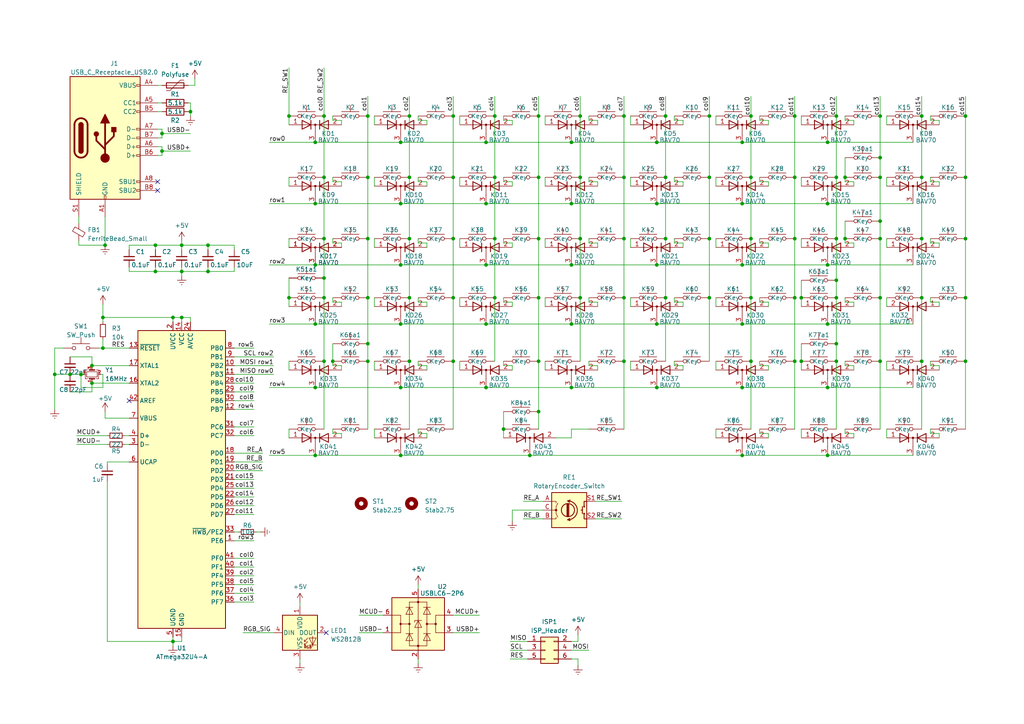
<source format=kicad_sch>
(kicad_sch (version 20210621) (generator eeschema)
  (paper "A4")
  (junction (at 15.875 108.585))
  (junction (at 20.32 108.585) (diameter 0.9144))
  (junction (at 23.495 108.585) (diameter 0.9144))
  (junction (at 26.67 106.045) (diameter 0.9144))
  (junction (at 26.67 111.125) (diameter 0.9144))
  (junction (at 29.845 92.075) (diameter 0.9144))
  (junction (at 29.845 100.965) (diameter 0.9144))
  (junction (at 30.48 71.12) (diameter 0.9144))
  (junction (at 45.085 71.12) (diameter 0.9144))
  (junction (at 45.085 78.74) (diameter 0.9144))
  (junction (at 46.99 38.735) (diameter 0.9144))
  (junction (at 46.99 43.815) (diameter 0.9144))
  (junction (at 50.165 92.075) (diameter 0.9144))
  (junction (at 50.165 186.055) (diameter 0.9144))
  (junction (at 52.705 71.12) (diameter 0.9144))
  (junction (at 52.705 78.74) (diameter 0.9144))
  (junction (at 52.705 92.075) (diameter 0.9144))
  (junction (at 55.245 32.385) (diameter 0.9144))
  (junction (at 60.325 71.12) (diameter 0.9144))
  (junction (at 60.325 78.74) (diameter 0.9144))
  (junction (at 83.82 33.655) (diameter 0.9144))
  (junction (at 83.82 86.36) (diameter 0.9144))
  (junction (at 91.44 41.275) (diameter 0.9144))
  (junction (at 91.44 59.055) (diameter 0.9144))
  (junction (at 91.44 76.835) (diameter 0.9144))
  (junction (at 91.44 93.98) (diameter 0.9144))
  (junction (at 91.44 112.395) (diameter 0.9144))
  (junction (at 91.44 132.08) (diameter 0.9144))
  (junction (at 93.98 33.655) (diameter 0.9144))
  (junction (at 93.98 51.435) (diameter 0.9144))
  (junction (at 93.98 69.215) (diameter 0.9144))
  (junction (at 93.98 80.645) (diameter 0.9144))
  (junction (at 93.98 86.36) (diameter 0.9144))
  (junction (at 93.98 104.775) (diameter 0.9144))
  (junction (at 96.52 104.775) (diameter 0.9144))
  (junction (at 106.68 33.655) (diameter 0.9144))
  (junction (at 106.68 51.435) (diameter 0.9144))
  (junction (at 106.68 69.215) (diameter 0.9144))
  (junction (at 106.68 86.36) (diameter 0.9144))
  (junction (at 106.68 99.695) (diameter 0.9144))
  (junction (at 106.68 104.775) (diameter 0.9144))
  (junction (at 116.205 41.275) (diameter 0.9144))
  (junction (at 116.205 59.055) (diameter 0.9144))
  (junction (at 116.205 76.835) (diameter 0.9144))
  (junction (at 116.205 93.98) (diameter 0.9144))
  (junction (at 116.205 112.395) (diameter 0.9144))
  (junction (at 116.205 132.08) (diameter 0.9144))
  (junction (at 118.745 33.655) (diameter 0.9144))
  (junction (at 118.745 51.435) (diameter 0.9144))
  (junction (at 118.745 69.215) (diameter 0.9144))
  (junction (at 118.745 86.36) (diameter 0.9144))
  (junction (at 118.745 104.775) (diameter 0.9144))
  (junction (at 131.445 33.655) (diameter 0.9144))
  (junction (at 131.445 51.435) (diameter 0.9144))
  (junction (at 131.445 69.215) (diameter 0.9144))
  (junction (at 131.445 86.36) (diameter 0.9144))
  (junction (at 131.445 104.775) (diameter 0.9144))
  (junction (at 140.97 41.275) (diameter 0.9144))
  (junction (at 140.97 59.055) (diameter 0.9144))
  (junction (at 140.97 76.835) (diameter 0.9144))
  (junction (at 140.97 93.98) (diameter 0.9144))
  (junction (at 140.97 112.395) (diameter 0.9144))
  (junction (at 143.51 33.655) (diameter 0.9144))
  (junction (at 143.51 51.435) (diameter 0.9144))
  (junction (at 143.51 69.215) (diameter 0.9144))
  (junction (at 143.51 86.36) (diameter 0.9144))
  (junction (at 146.05 124.46) (diameter 0.9144))
  (junction (at 153.67 132.08) (diameter 0.9144))
  (junction (at 156.21 33.655) (diameter 0.9144))
  (junction (at 156.21 51.435) (diameter 0.9144))
  (junction (at 156.21 69.215) (diameter 0.9144))
  (junction (at 156.21 86.36) (diameter 0.9144))
  (junction (at 156.21 104.775) (diameter 0.9144))
  (junction (at 156.21 119.38) (diameter 0.9144))
  (junction (at 165.735 41.275) (diameter 0.9144))
  (junction (at 165.735 59.055) (diameter 0.9144))
  (junction (at 165.735 76.835) (diameter 0.9144))
  (junction (at 165.735 93.98) (diameter 0.9144))
  (junction (at 165.735 112.395) (diameter 0.9144))
  (junction (at 168.275 33.655) (diameter 0.9144))
  (junction (at 168.275 51.435) (diameter 0.9144))
  (junction (at 168.275 69.215) (diameter 0.9144))
  (junction (at 168.275 86.36) (diameter 0.9144))
  (junction (at 180.975 33.655) (diameter 0.9144))
  (junction (at 180.975 51.435) (diameter 0.9144))
  (junction (at 180.975 69.215) (diameter 0.9144))
  (junction (at 180.975 86.36) (diameter 0.9144))
  (junction (at 180.975 104.775) (diameter 0.9144))
  (junction (at 190.5 41.275) (diameter 0.9144))
  (junction (at 190.5 59.055) (diameter 0.9144))
  (junction (at 190.5 76.835) (diameter 0.9144))
  (junction (at 190.5 93.98) (diameter 0.9144))
  (junction (at 190.5 112.395) (diameter 0.9144))
  (junction (at 193.04 33.655) (diameter 0.9144))
  (junction (at 193.04 51.435) (diameter 0.9144))
  (junction (at 193.04 69.215) (diameter 0.9144))
  (junction (at 193.04 86.36) (diameter 0.9144))
  (junction (at 205.74 33.655) (diameter 0.9144))
  (junction (at 205.74 51.435) (diameter 0.9144))
  (junction (at 205.74 69.215) (diameter 0.9144))
  (junction (at 205.74 86.36) (diameter 0.9144))
  (junction (at 215.265 41.275) (diameter 0.9144))
  (junction (at 215.265 59.055) (diameter 0.9144))
  (junction (at 215.265 76.835) (diameter 0.9144))
  (junction (at 215.265 93.98) (diameter 0.9144))
  (junction (at 215.265 112.395) (diameter 0.9144))
  (junction (at 215.265 132.08) (diameter 0.9144))
  (junction (at 217.805 33.655) (diameter 0.9144))
  (junction (at 217.805 51.435) (diameter 0.9144))
  (junction (at 217.805 69.215) (diameter 0.9144))
  (junction (at 217.805 86.36) (diameter 0.9144))
  (junction (at 217.805 104.775) (diameter 0.9144))
  (junction (at 230.505 33.655) (diameter 0.9144))
  (junction (at 230.505 51.435) (diameter 0.9144))
  (junction (at 230.505 69.215) (diameter 0.9144))
  (junction (at 230.505 86.36) (diameter 0.9144))
  (junction (at 230.505 104.775) (diameter 0.9144))
  (junction (at 232.41 86.36) (diameter 0.9144))
  (junction (at 232.41 104.775) (diameter 0.9144))
  (junction (at 240.03 41.275) (diameter 0.9144))
  (junction (at 240.03 59.055) (diameter 0.9144))
  (junction (at 240.03 76.835) (diameter 0.9144))
  (junction (at 240.03 93.98) (diameter 0.9144))
  (junction (at 240.03 112.395) (diameter 0.9144))
  (junction (at 240.03 132.08) (diameter 0.9144))
  (junction (at 242.57 33.655) (diameter 0.9144))
  (junction (at 242.57 51.435) (diameter 0.9144))
  (junction (at 242.57 69.215) (diameter 0.9144))
  (junction (at 242.57 81.28) (diameter 0.9144))
  (junction (at 242.57 86.36) (diameter 0.9144))
  (junction (at 242.57 99.695) (diameter 0.9144))
  (junction (at 242.57 104.775) (diameter 0.9144))
  (junction (at 245.11 51.435) (diameter 0.9144))
  (junction (at 245.11 69.215) (diameter 0.9144))
  (junction (at 255.27 33.655) (diameter 0.9144))
  (junction (at 255.27 45.72) (diameter 0.9144))
  (junction (at 255.27 51.435) (diameter 0.9144))
  (junction (at 255.27 64.135) (diameter 0.9144))
  (junction (at 255.27 69.215) (diameter 0.9144))
  (junction (at 255.27 86.36) (diameter 0.9144))
  (junction (at 255.27 104.775) (diameter 0.9144))
  (junction (at 267.335 33.655) (diameter 0.9144))
  (junction (at 267.335 51.435) (diameter 0.9144))
  (junction (at 267.335 69.215) (diameter 0.9144))
  (junction (at 267.335 86.36) (diameter 0.9144))
  (junction (at 267.335 104.775) (diameter 0.9144))
  (junction (at 280.035 33.655) (diameter 0.9144))
  (junction (at 280.035 51.435) (diameter 0.9144))
  (junction (at 280.035 69.215) (diameter 0.9144))
  (junction (at 280.035 86.36) (diameter 0.9144))
  (junction (at 280.035 104.775) (diameter 0.9144))
  (no_connect (at 37.465 116.205))
  (no_connect (at 45.72 52.705))
  (no_connect (at 45.72 55.245))
  (no_connect (at 94.615 183.515))
  (wire (pts (xy 15.875 100.965) (xy 15.875 108.585)))
  (wire (pts (xy 15.875 108.585) (xy 15.875 118.745)))
  (wire (pts (xy 15.875 108.585) (xy 20.32 108.585)))
  (wire (pts (xy 18.415 100.965) (xy 15.875 100.965)))
  (wire (pts (xy 20.32 103.505) (xy 26.67 103.505)))
  (wire (pts (xy 20.32 108.585) (xy 23.495 108.585)))
  (wire (pts (xy 20.32 113.665) (xy 26.67 113.665)))
  (wire (pts (xy 22.225 126.365) (xy 31.115 126.365)))
  (wire (pts (xy 22.225 128.905) (xy 31.115 128.905)))
  (wire (pts (xy 22.86 62.865) (xy 22.86 64.77)))
  (wire (pts (xy 22.86 69.85) (xy 22.86 71.12)))
  (wire (pts (xy 22.86 71.12) (xy 30.48 71.12)))
  (wire (pts (xy 23.495 108.585) (xy 23.495 112.395)))
  (wire (pts (xy 23.495 108.585) (xy 24.13 108.585)))
  (wire (pts (xy 23.495 112.395) (xy 29.845 112.395)))
  (wire (pts (xy 26.67 103.505) (xy 26.67 106.045)))
  (wire (pts (xy 26.67 106.045) (xy 37.465 106.045)))
  (wire (pts (xy 26.67 111.125) (xy 37.465 111.125)))
  (wire (pts (xy 26.67 113.665) (xy 26.67 111.125)))
  (wire (pts (xy 28.575 100.965) (xy 29.845 100.965)))
  (wire (pts (xy 29.845 88.265) (xy 29.845 92.075)))
  (wire (pts (xy 29.845 92.075) (xy 29.845 93.345)))
  (wire (pts (xy 29.845 92.075) (xy 50.165 92.075)))
  (wire (pts (xy 29.845 98.425) (xy 29.845 100.965)))
  (wire (pts (xy 29.845 100.965) (xy 37.465 100.965)))
  (wire (pts (xy 29.845 108.585) (xy 29.21 108.585)))
  (wire (pts (xy 29.845 112.395) (xy 29.845 108.585)))
  (wire (pts (xy 30.48 62.865) (xy 30.48 71.12)))
  (wire (pts (xy 30.48 119.38) (xy 30.48 121.285)))
  (wire (pts (xy 30.48 121.285) (xy 37.465 121.285)))
  (wire (pts (xy 31.115 133.985) (xy 37.465 133.985)))
  (wire (pts (xy 31.115 134.62) (xy 31.115 133.985)))
  (wire (pts (xy 31.115 139.7) (xy 31.115 186.055)))
  (wire (pts (xy 31.115 186.055) (xy 50.165 186.055)))
  (wire (pts (xy 36.195 126.365) (xy 37.465 126.365)))
  (wire (pts (xy 36.195 128.905) (xy 37.465 128.905)))
  (wire (pts (xy 37.465 71.12) (xy 37.465 72.39)))
  (wire (pts (xy 37.465 77.47) (xy 37.465 78.74)))
  (wire (pts (xy 37.465 78.74) (xy 45.085 78.74)))
  (wire (pts (xy 45.085 71.12) (xy 37.465 71.12)))
  (wire (pts (xy 45.085 71.12) (xy 52.705 71.12)))
  (wire (pts (xy 45.085 72.39) (xy 45.085 71.12)))
  (wire (pts (xy 45.085 78.74) (xy 45.085 77.47)))
  (wire (pts (xy 45.72 24.765) (xy 46.99 24.765)))
  (wire (pts (xy 45.72 29.845) (xy 46.99 29.845)))
  (wire (pts (xy 45.72 32.385) (xy 46.99 32.385)))
  (wire (pts (xy 45.72 37.465) (xy 46.99 37.465)))
  (wire (pts (xy 45.72 40.005) (xy 46.99 40.005)))
  (wire (pts (xy 45.72 42.545) (xy 46.99 42.545)))
  (wire (pts (xy 45.72 45.085) (xy 46.99 45.085)))
  (wire (pts (xy 46.99 38.735) (xy 46.99 37.465)))
  (wire (pts (xy 46.99 40.005) (xy 46.99 38.735)))
  (wire (pts (xy 46.99 42.545) (xy 46.99 43.815)))
  (wire (pts (xy 46.99 43.815) (xy 55.245 43.815)))
  (wire (pts (xy 46.99 45.085) (xy 46.99 43.815)))
  (wire (pts (xy 50.165 92.075) (xy 50.165 93.345)))
  (wire (pts (xy 50.165 92.075) (xy 52.705 92.075)))
  (wire (pts (xy 50.165 186.055) (xy 50.165 184.785)))
  (wire (pts (xy 50.165 186.055) (xy 50.165 187.325)))
  (wire (pts (xy 52.705 69.85) (xy 52.705 71.12)))
  (wire (pts (xy 52.705 71.12) (xy 52.705 72.39)))
  (wire (pts (xy 52.705 71.12) (xy 60.325 71.12)))
  (wire (pts (xy 52.705 77.47) (xy 52.705 78.74)))
  (wire (pts (xy 52.705 78.74) (xy 45.085 78.74)))
  (wire (pts (xy 52.705 78.74) (xy 52.705 80.01)))
  (wire (pts (xy 52.705 92.075) (xy 52.705 93.345)))
  (wire (pts (xy 52.705 92.075) (xy 55.245 92.075)))
  (wire (pts (xy 52.705 184.785) (xy 52.705 186.055)))
  (wire (pts (xy 52.705 186.055) (xy 50.165 186.055)))
  (wire (pts (xy 54.61 24.765) (xy 56.515 24.765)))
  (wire (pts (xy 54.61 29.845) (xy 55.245 29.845)))
  (wire (pts (xy 54.61 32.385) (xy 55.245 32.385)))
  (wire (pts (xy 55.245 29.845) (xy 55.245 32.385)))
  (wire (pts (xy 55.245 32.385) (xy 55.245 33.655)))
  (wire (pts (xy 55.245 38.735) (xy 46.99 38.735)))
  (wire (pts (xy 55.245 92.075) (xy 55.245 93.345)))
  (wire (pts (xy 56.515 22.86) (xy 56.515 24.765)))
  (wire (pts (xy 60.325 71.12) (xy 60.325 72.39)))
  (wire (pts (xy 60.325 71.12) (xy 67.945 71.12)))
  (wire (pts (xy 60.325 77.47) (xy 60.325 78.74)))
  (wire (pts (xy 60.325 78.74) (xy 52.705 78.74)))
  (wire (pts (xy 67.945 71.12) (xy 67.945 72.39)))
  (wire (pts (xy 67.945 77.47) (xy 67.945 78.74)))
  (wire (pts (xy 67.945 78.74) (xy 60.325 78.74)))
  (wire (pts (xy 67.945 100.965) (xy 73.66 100.965)))
  (wire (pts (xy 67.945 103.505) (xy 79.375 103.505)))
  (wire (pts (xy 67.945 106.045) (xy 79.375 106.045)))
  (wire (pts (xy 67.945 108.585) (xy 79.375 108.585)))
  (wire (pts (xy 67.945 111.125) (xy 73.66 111.125)))
  (wire (pts (xy 67.945 113.665) (xy 73.66 113.665)))
  (wire (pts (xy 67.945 116.205) (xy 73.66 116.205)))
  (wire (pts (xy 67.945 118.745) (xy 73.66 118.745)))
  (wire (pts (xy 67.945 123.825) (xy 73.66 123.825)))
  (wire (pts (xy 67.945 126.365) (xy 73.66 126.365)))
  (wire (pts (xy 67.945 131.445) (xy 76.2 131.445)))
  (wire (pts (xy 67.945 133.985) (xy 76.2 133.985)))
  (wire (pts (xy 67.945 136.525) (xy 76.2 136.525)))
  (wire (pts (xy 67.945 139.065) (xy 73.66 139.065)))
  (wire (pts (xy 67.945 141.605) (xy 73.66 141.605)))
  (wire (pts (xy 67.945 144.145) (xy 73.66 144.145)))
  (wire (pts (xy 67.945 146.685) (xy 73.66 146.685)))
  (wire (pts (xy 67.945 149.225) (xy 73.66 149.225)))
  (wire (pts (xy 67.945 154.305) (xy 69.215 154.305)))
  (wire (pts (xy 67.945 156.845) (xy 73.66 156.845)))
  (wire (pts (xy 67.945 161.925) (xy 73.66 161.925)))
  (wire (pts (xy 67.945 164.465) (xy 73.66 164.465)))
  (wire (pts (xy 67.945 167.005) (xy 73.66 167.005)))
  (wire (pts (xy 67.945 169.545) (xy 73.66 169.545)))
  (wire (pts (xy 67.945 172.085) (xy 73.66 172.085)))
  (wire (pts (xy 67.945 174.625) (xy 73.66 174.625)))
  (wire (pts (xy 70.485 183.515) (xy 79.375 183.515)))
  (wire (pts (xy 74.295 154.305) (xy 75.565 154.305)))
  (wire (pts (xy 78.105 41.275) (xy 91.44 41.275)))
  (wire (pts (xy 78.105 59.055) (xy 91.44 59.055)))
  (wire (pts (xy 78.105 76.835) (xy 91.44 76.835)))
  (wire (pts (xy 78.105 93.98) (xy 91.44 93.98)))
  (wire (pts (xy 78.105 112.395) (xy 91.44 112.395)))
  (wire (pts (xy 78.105 132.08) (xy 91.44 132.08)))
  (wire (pts (xy 83.82 19.685) (xy 83.82 33.655)))
  (wire (pts (xy 83.82 33.655) (xy 83.82 36.195)))
  (wire (pts (xy 83.82 51.435) (xy 83.82 53.975)))
  (wire (pts (xy 83.82 69.215) (xy 83.82 71.755)))
  (wire (pts (xy 83.82 80.645) (xy 83.82 86.36)))
  (wire (pts (xy 83.82 86.36) (xy 83.82 88.9)))
  (wire (pts (xy 83.82 104.775) (xy 83.82 107.315)))
  (wire (pts (xy 83.82 124.46) (xy 83.82 127)))
  (wire (pts (xy 86.995 174.625) (xy 86.995 175.895)))
  (wire (pts (xy 86.995 191.135) (xy 86.995 192.405)))
  (wire (pts (xy 91.44 41.275) (xy 116.205 41.275)))
  (wire (pts (xy 91.44 59.055) (xy 116.205 59.055)))
  (wire (pts (xy 91.44 76.835) (xy 116.205 76.835)))
  (wire (pts (xy 91.44 93.98) (xy 116.205 93.98)))
  (wire (pts (xy 91.44 112.395) (xy 116.205 112.395)))
  (wire (pts (xy 91.44 132.08) (xy 116.205 132.08)))
  (wire (pts (xy 93.98 19.685) (xy 93.98 33.655)))
  (wire (pts (xy 93.98 33.655) (xy 93.98 51.435)))
  (wire (pts (xy 93.98 51.435) (xy 93.98 69.215)))
  (wire (pts (xy 93.98 69.215) (xy 93.98 80.645)))
  (wire (pts (xy 93.98 80.645) (xy 93.98 86.36)))
  (wire (pts (xy 93.98 86.36) (xy 93.98 104.775)))
  (wire (pts (xy 93.98 104.775) (xy 93.98 124.46)))
  (wire (pts (xy 96.52 34.925) (xy 96.52 33.655)))
  (wire (pts (xy 96.52 52.705) (xy 96.52 51.435)))
  (wire (pts (xy 96.52 70.485) (xy 96.52 69.215)))
  (wire (pts (xy 96.52 87.63) (xy 96.52 86.36)))
  (wire (pts (xy 96.52 99.695) (xy 96.52 104.775)))
  (wire (pts (xy 96.52 106.045) (xy 96.52 104.775)))
  (wire (pts (xy 96.52 125.73) (xy 96.52 124.46)))
  (wire (pts (xy 99.06 34.925) (xy 96.52 34.925)))
  (wire (pts (xy 99.06 36.195) (xy 99.06 34.925)))
  (wire (pts (xy 99.06 52.705) (xy 96.52 52.705)))
  (wire (pts (xy 99.06 53.975) (xy 99.06 52.705)))
  (wire (pts (xy 99.06 70.485) (xy 96.52 70.485)))
  (wire (pts (xy 99.06 71.755) (xy 99.06 70.485)))
  (wire (pts (xy 99.06 87.63) (xy 96.52 87.63)))
  (wire (pts (xy 99.06 88.9) (xy 99.06 87.63)))
  (wire (pts (xy 99.06 106.045) (xy 96.52 106.045)))
  (wire (pts (xy 99.06 107.315) (xy 99.06 106.045)))
  (wire (pts (xy 99.06 125.73) (xy 96.52 125.73)))
  (wire (pts (xy 99.06 127) (xy 99.06 125.73)))
  (wire (pts (xy 104.14 178.435) (xy 111.125 178.435)))
  (wire (pts (xy 104.14 183.515) (xy 111.125 183.515)))
  (wire (pts (xy 106.68 27.94) (xy 106.68 33.655)))
  (wire (pts (xy 106.68 33.655) (xy 106.68 51.435)))
  (wire (pts (xy 106.68 51.435) (xy 106.68 69.215)))
  (wire (pts (xy 106.68 69.215) (xy 106.68 86.36)))
  (wire (pts (xy 106.68 86.36) (xy 106.68 99.695)))
  (wire (pts (xy 106.68 99.695) (xy 106.68 104.775)))
  (wire (pts (xy 106.68 104.775) (xy 106.68 124.46)))
  (wire (pts (xy 108.585 33.655) (xy 108.585 36.195)))
  (wire (pts (xy 108.585 51.435) (xy 108.585 53.975)))
  (wire (pts (xy 108.585 69.215) (xy 108.585 71.755)))
  (wire (pts (xy 108.585 86.36) (xy 108.585 88.9)))
  (wire (pts (xy 108.585 104.775) (xy 108.585 107.315)))
  (wire (pts (xy 108.585 124.46) (xy 108.585 127)))
  (wire (pts (xy 116.205 41.275) (xy 140.97 41.275)))
  (wire (pts (xy 116.205 59.055) (xy 140.97 59.055)))
  (wire (pts (xy 116.205 76.835) (xy 140.97 76.835)))
  (wire (pts (xy 116.205 93.98) (xy 140.97 93.98)))
  (wire (pts (xy 116.205 112.395) (xy 140.97 112.395)))
  (wire (pts (xy 116.205 132.08) (xy 153.67 132.08)))
  (wire (pts (xy 118.745 27.94) (xy 118.745 33.655)))
  (wire (pts (xy 118.745 33.655) (xy 118.745 51.435)))
  (wire (pts (xy 118.745 51.435) (xy 118.745 69.215)))
  (wire (pts (xy 118.745 69.215) (xy 118.745 86.36)))
  (wire (pts (xy 118.745 86.36) (xy 118.745 104.775)))
  (wire (pts (xy 118.745 104.775) (xy 118.745 124.46)))
  (wire (pts (xy 121.285 34.925) (xy 121.285 33.655)))
  (wire (pts (xy 121.285 52.705) (xy 121.285 51.435)))
  (wire (pts (xy 121.285 70.485) (xy 121.285 69.215)))
  (wire (pts (xy 121.285 87.63) (xy 121.285 86.36)))
  (wire (pts (xy 121.285 106.045) (xy 121.285 104.775)))
  (wire (pts (xy 121.285 125.73) (xy 121.285 124.46)))
  (wire (pts (xy 121.285 169.545) (xy 121.285 170.815)))
  (wire (pts (xy 121.285 191.135) (xy 121.285 192.405)))
  (wire (pts (xy 123.825 34.925) (xy 121.285 34.925)))
  (wire (pts (xy 123.825 36.195) (xy 123.825 34.925)))
  (wire (pts (xy 123.825 52.705) (xy 121.285 52.705)))
  (wire (pts (xy 123.825 53.975) (xy 123.825 52.705)))
  (wire (pts (xy 123.825 70.485) (xy 121.285 70.485)))
  (wire (pts (xy 123.825 71.755) (xy 123.825 70.485)))
  (wire (pts (xy 123.825 87.63) (xy 121.285 87.63)))
  (wire (pts (xy 123.825 88.9) (xy 123.825 87.63)))
  (wire (pts (xy 123.825 106.045) (xy 121.285 106.045)))
  (wire (pts (xy 123.825 107.315) (xy 123.825 106.045)))
  (wire (pts (xy 123.825 125.73) (xy 121.285 125.73)))
  (wire (pts (xy 123.825 127) (xy 123.825 125.73)))
  (wire (pts (xy 131.445 27.94) (xy 131.445 33.655)))
  (wire (pts (xy 131.445 33.655) (xy 131.445 51.435)))
  (wire (pts (xy 131.445 51.435) (xy 131.445 69.215)))
  (wire (pts (xy 131.445 69.215) (xy 131.445 86.36)))
  (wire (pts (xy 131.445 86.36) (xy 131.445 104.775)))
  (wire (pts (xy 131.445 104.775) (xy 131.445 124.46)))
  (wire (pts (xy 131.445 178.435) (xy 139.065 178.435)))
  (wire (pts (xy 131.445 183.515) (xy 139.065 183.515)))
  (wire (pts (xy 133.35 33.655) (xy 133.35 36.195)))
  (wire (pts (xy 133.35 51.435) (xy 133.35 53.975)))
  (wire (pts (xy 133.35 69.215) (xy 133.35 71.755)))
  (wire (pts (xy 133.35 86.36) (xy 133.35 88.9)))
  (wire (pts (xy 133.35 104.775) (xy 133.35 107.315)))
  (wire (pts (xy 140.97 41.275) (xy 165.735 41.275)))
  (wire (pts (xy 140.97 59.055) (xy 165.735 59.055)))
  (wire (pts (xy 140.97 76.835) (xy 165.735 76.835)))
  (wire (pts (xy 140.97 93.98) (xy 165.735 93.98)))
  (wire (pts (xy 140.97 112.395) (xy 165.735 112.395)))
  (wire (pts (xy 143.51 27.94) (xy 143.51 33.655)))
  (wire (pts (xy 143.51 33.655) (xy 143.51 51.435)))
  (wire (pts (xy 143.51 51.435) (xy 143.51 69.215)))
  (wire (pts (xy 143.51 69.215) (xy 143.51 86.36)))
  (wire (pts (xy 143.51 86.36) (xy 143.51 104.775)))
  (wire (pts (xy 146.05 34.925) (xy 146.05 33.655)))
  (wire (pts (xy 146.05 52.705) (xy 146.05 51.435)))
  (wire (pts (xy 146.05 70.485) (xy 146.05 69.215)))
  (wire (pts (xy 146.05 87.63) (xy 146.05 86.36)))
  (wire (pts (xy 146.05 106.045) (xy 146.05 104.775)))
  (wire (pts (xy 146.05 119.38) (xy 146.05 124.46)))
  (wire (pts (xy 146.05 124.46) (xy 146.05 127)))
  (wire (pts (xy 147.955 186.055) (xy 153.035 186.055)))
  (wire (pts (xy 147.955 188.595) (xy 153.035 188.595)))
  (wire (pts (xy 147.955 191.135) (xy 153.035 191.135)))
  (wire (pts (xy 148.59 34.925) (xy 146.05 34.925)))
  (wire (pts (xy 148.59 36.195) (xy 148.59 34.925)))
  (wire (pts (xy 148.59 52.705) (xy 146.05 52.705)))
  (wire (pts (xy 148.59 53.975) (xy 148.59 52.705)))
  (wire (pts (xy 148.59 70.485) (xy 146.05 70.485)))
  (wire (pts (xy 148.59 71.755) (xy 148.59 70.485)))
  (wire (pts (xy 148.59 87.63) (xy 146.05 87.63)))
  (wire (pts (xy 148.59 88.9) (xy 148.59 87.63)))
  (wire (pts (xy 148.59 106.045) (xy 146.05 106.045)))
  (wire (pts (xy 148.59 107.315) (xy 148.59 106.045)))
  (wire (pts (xy 148.59 147.955) (xy 148.59 151.13)))
  (wire (pts (xy 151.765 145.415) (xy 157.48 145.415)))
  (wire (pts (xy 151.765 150.495) (xy 157.48 150.495)))
  (wire (pts (xy 153.67 132.08) (xy 215.265 132.08)))
  (wire (pts (xy 156.21 27.94) (xy 156.21 33.655)))
  (wire (pts (xy 156.21 33.655) (xy 156.21 51.435)))
  (wire (pts (xy 156.21 51.435) (xy 156.21 69.215)))
  (wire (pts (xy 156.21 69.215) (xy 156.21 86.36)))
  (wire (pts (xy 156.21 86.36) (xy 156.21 104.775)))
  (wire (pts (xy 156.21 104.775) (xy 156.21 119.38)))
  (wire (pts (xy 156.21 119.38) (xy 156.21 124.46)))
  (wire (pts (xy 157.48 147.955) (xy 148.59 147.955)))
  (wire (pts (xy 158.115 33.655) (xy 158.115 36.195)))
  (wire (pts (xy 158.115 51.435) (xy 158.115 53.975)))
  (wire (pts (xy 158.115 69.215) (xy 158.115 71.755)))
  (wire (pts (xy 158.115 86.36) (xy 158.115 88.9)))
  (wire (pts (xy 158.115 104.775) (xy 158.115 107.315)))
  (wire (pts (xy 161.29 127) (xy 165.735 127)))
  (wire (pts (xy 165.735 41.275) (xy 190.5 41.275)))
  (wire (pts (xy 165.735 59.055) (xy 190.5 59.055)))
  (wire (pts (xy 165.735 76.835) (xy 190.5 76.835)))
  (wire (pts (xy 165.735 93.98) (xy 190.5 93.98)))
  (wire (pts (xy 165.735 112.395) (xy 190.5 112.395)))
  (wire (pts (xy 165.735 124.46) (xy 170.815 124.46)))
  (wire (pts (xy 165.735 127) (xy 165.735 124.46)))
  (wire (pts (xy 165.735 186.055) (xy 167.64 186.055)))
  (wire (pts (xy 165.735 188.595) (xy 170.815 188.595)))
  (wire (pts (xy 165.735 191.135) (xy 167.64 191.135)))
  (wire (pts (xy 167.64 186.055) (xy 167.64 184.15)))
  (wire (pts (xy 167.64 191.135) (xy 167.64 193.04)))
  (wire (pts (xy 168.275 27.94) (xy 168.275 33.655)))
  (wire (pts (xy 168.275 33.655) (xy 168.275 51.435)))
  (wire (pts (xy 168.275 51.435) (xy 168.275 69.215)))
  (wire (pts (xy 168.275 69.215) (xy 168.275 86.36)))
  (wire (pts (xy 168.275 86.36) (xy 168.275 104.775)))
  (wire (pts (xy 170.815 34.925) (xy 170.815 33.655)))
  (wire (pts (xy 170.815 52.705) (xy 170.815 51.435)))
  (wire (pts (xy 170.815 70.485) (xy 170.815 69.215)))
  (wire (pts (xy 170.815 87.63) (xy 170.815 86.36)))
  (wire (pts (xy 170.815 106.045) (xy 170.815 104.775)))
  (wire (pts (xy 172.72 145.415) (xy 180.34 145.415)))
  (wire (pts (xy 172.72 150.495) (xy 180.34 150.495)))
  (wire (pts (xy 173.355 34.925) (xy 170.815 34.925)))
  (wire (pts (xy 173.355 36.195) (xy 173.355 34.925)))
  (wire (pts (xy 173.355 52.705) (xy 170.815 52.705)))
  (wire (pts (xy 173.355 53.975) (xy 173.355 52.705)))
  (wire (pts (xy 173.355 70.485) (xy 170.815 70.485)))
  (wire (pts (xy 173.355 71.755) (xy 173.355 70.485)))
  (wire (pts (xy 173.355 87.63) (xy 170.815 87.63)))
  (wire (pts (xy 173.355 88.9) (xy 173.355 87.63)))
  (wire (pts (xy 173.355 106.045) (xy 170.815 106.045)))
  (wire (pts (xy 173.355 107.315) (xy 173.355 106.045)))
  (wire (pts (xy 180.975 27.94) (xy 180.975 33.655)))
  (wire (pts (xy 180.975 33.655) (xy 180.975 51.435)))
  (wire (pts (xy 180.975 51.435) (xy 180.975 69.215)))
  (wire (pts (xy 180.975 69.215) (xy 180.975 86.36)))
  (wire (pts (xy 180.975 86.36) (xy 180.975 104.775)))
  (wire (pts (xy 180.975 104.775) (xy 180.975 124.46)))
  (wire (pts (xy 182.88 33.655) (xy 182.88 36.195)))
  (wire (pts (xy 182.88 51.435) (xy 182.88 53.975)))
  (wire (pts (xy 182.88 69.215) (xy 182.88 71.755)))
  (wire (pts (xy 182.88 86.36) (xy 182.88 88.9)))
  (wire (pts (xy 182.88 104.775) (xy 182.88 107.315)))
  (wire (pts (xy 190.5 41.275) (xy 215.265 41.275)))
  (wire (pts (xy 190.5 59.055) (xy 215.265 59.055)))
  (wire (pts (xy 190.5 76.835) (xy 215.265 76.835)))
  (wire (pts (xy 190.5 93.98) (xy 215.265 93.98)))
  (wire (pts (xy 190.5 112.395) (xy 215.265 112.395)))
  (wire (pts (xy 193.04 27.94) (xy 193.04 33.655)))
  (wire (pts (xy 193.04 33.655) (xy 193.04 51.435)))
  (wire (pts (xy 193.04 51.435) (xy 193.04 69.215)))
  (wire (pts (xy 193.04 69.215) (xy 193.04 86.36)))
  (wire (pts (xy 193.04 86.36) (xy 193.04 104.775)))
  (wire (pts (xy 195.58 34.925) (xy 195.58 33.655)))
  (wire (pts (xy 195.58 52.705) (xy 195.58 51.435)))
  (wire (pts (xy 195.58 70.485) (xy 195.58 69.215)))
  (wire (pts (xy 195.58 87.63) (xy 195.58 86.36)))
  (wire (pts (xy 195.58 106.045) (xy 195.58 104.775)))
  (wire (pts (xy 198.12 34.925) (xy 195.58 34.925)))
  (wire (pts (xy 198.12 36.195) (xy 198.12 34.925)))
  (wire (pts (xy 198.12 52.705) (xy 195.58 52.705)))
  (wire (pts (xy 198.12 53.975) (xy 198.12 52.705)))
  (wire (pts (xy 198.12 70.485) (xy 195.58 70.485)))
  (wire (pts (xy 198.12 71.755) (xy 198.12 70.485)))
  (wire (pts (xy 198.12 87.63) (xy 195.58 87.63)))
  (wire (pts (xy 198.12 88.9) (xy 198.12 87.63)))
  (wire (pts (xy 198.12 106.045) (xy 195.58 106.045)))
  (wire (pts (xy 198.12 107.315) (xy 198.12 106.045)))
  (wire (pts (xy 205.74 27.94) (xy 205.74 33.655)))
  (wire (pts (xy 205.74 33.655) (xy 205.74 51.435)))
  (wire (pts (xy 205.74 51.435) (xy 205.74 69.215)))
  (wire (pts (xy 205.74 69.215) (xy 205.74 86.36)))
  (wire (pts (xy 205.74 86.36) (xy 205.74 104.775)))
  (wire (pts (xy 207.645 33.655) (xy 207.645 36.195)))
  (wire (pts (xy 207.645 51.435) (xy 207.645 53.975)))
  (wire (pts (xy 207.645 69.215) (xy 207.645 71.755)))
  (wire (pts (xy 207.645 86.36) (xy 207.645 88.9)))
  (wire (pts (xy 207.645 104.775) (xy 207.645 107.315)))
  (wire (pts (xy 207.645 124.46) (xy 207.645 127)))
  (wire (pts (xy 215.265 41.275) (xy 240.03 41.275)))
  (wire (pts (xy 215.265 59.055) (xy 240.03 59.055)))
  (wire (pts (xy 215.265 76.835) (xy 240.03 76.835)))
  (wire (pts (xy 215.265 93.98) (xy 240.03 93.98)))
  (wire (pts (xy 215.265 112.395) (xy 240.03 112.395)))
  (wire (pts (xy 215.265 132.08) (xy 240.03 132.08)))
  (wire (pts (xy 217.805 33.655) (xy 217.805 27.94)))
  (wire (pts (xy 217.805 33.655) (xy 217.805 51.435)))
  (wire (pts (xy 217.805 51.435) (xy 217.805 69.215)))
  (wire (pts (xy 217.805 69.215) (xy 217.805 86.36)))
  (wire (pts (xy 217.805 86.36) (xy 217.805 104.775)))
  (wire (pts (xy 217.805 104.775) (xy 217.805 124.46)))
  (wire (pts (xy 220.345 34.925) (xy 220.345 33.655)))
  (wire (pts (xy 220.345 52.705) (xy 220.345 51.435)))
  (wire (pts (xy 220.345 70.485) (xy 220.345 69.215)))
  (wire (pts (xy 220.345 87.63) (xy 220.345 86.36)))
  (wire (pts (xy 220.345 106.045) (xy 220.345 104.775)))
  (wire (pts (xy 220.345 125.73) (xy 220.345 124.46)))
  (wire (pts (xy 222.885 34.925) (xy 220.345 34.925)))
  (wire (pts (xy 222.885 36.195) (xy 222.885 34.925)))
  (wire (pts (xy 222.885 52.705) (xy 220.345 52.705)))
  (wire (pts (xy 222.885 53.975) (xy 222.885 52.705)))
  (wire (pts (xy 222.885 70.485) (xy 220.345 70.485)))
  (wire (pts (xy 222.885 71.755) (xy 222.885 70.485)))
  (wire (pts (xy 222.885 87.63) (xy 220.345 87.63)))
  (wire (pts (xy 222.885 88.9) (xy 222.885 87.63)))
  (wire (pts (xy 222.885 106.045) (xy 220.345 106.045)))
  (wire (pts (xy 222.885 107.315) (xy 222.885 106.045)))
  (wire (pts (xy 222.885 125.73) (xy 220.345 125.73)))
  (wire (pts (xy 222.885 127) (xy 222.885 125.73)))
  (wire (pts (xy 230.505 27.94) (xy 230.505 33.655)))
  (wire (pts (xy 230.505 33.655) (xy 230.505 51.435)))
  (wire (pts (xy 230.505 51.435) (xy 230.505 69.215)))
  (wire (pts (xy 230.505 69.215) (xy 230.505 86.36)))
  (wire (pts (xy 230.505 86.36) (xy 230.505 104.775)))
  (wire (pts (xy 230.505 104.775) (xy 230.505 124.46)))
  (wire (pts (xy 232.41 33.655) (xy 232.41 36.195)))
  (wire (pts (xy 232.41 51.435) (xy 232.41 53.975)))
  (wire (pts (xy 232.41 69.215) (xy 232.41 71.755)))
  (wire (pts (xy 232.41 81.28) (xy 232.41 86.36)))
  (wire (pts (xy 232.41 86.36) (xy 232.41 88.9)))
  (wire (pts (xy 232.41 99.695) (xy 232.41 104.775)))
  (wire (pts (xy 232.41 104.775) (xy 232.41 107.315)))
  (wire (pts (xy 232.41 124.46) (xy 232.41 127)))
  (wire (pts (xy 240.03 41.275) (xy 264.795 41.275)))
  (wire (pts (xy 240.03 59.055) (xy 264.795 59.055)))
  (wire (pts (xy 240.03 76.835) (xy 264.795 76.835)))
  (wire (pts (xy 240.03 93.98) (xy 264.795 93.98)))
  (wire (pts (xy 240.03 112.395) (xy 264.795 112.395)))
  (wire (pts (xy 240.03 132.08) (xy 264.795 132.08)))
  (wire (pts (xy 242.57 27.94) (xy 242.57 33.655)))
  (wire (pts (xy 242.57 33.655) (xy 242.57 51.435)))
  (wire (pts (xy 242.57 51.435) (xy 242.57 69.215)))
  (wire (pts (xy 242.57 69.215) (xy 242.57 81.28)))
  (wire (pts (xy 242.57 81.28) (xy 242.57 86.36)))
  (wire (pts (xy 242.57 86.36) (xy 242.57 99.695)))
  (wire (pts (xy 242.57 99.695) (xy 242.57 104.775)))
  (wire (pts (xy 242.57 104.775) (xy 242.57 124.46)))
  (wire (pts (xy 245.11 34.925) (xy 245.11 33.655)))
  (wire (pts (xy 245.11 45.72) (xy 245.11 51.435)))
  (wire (pts (xy 245.11 52.705) (xy 245.11 51.435)))
  (wire (pts (xy 245.11 64.135) (xy 245.11 69.215)))
  (wire (pts (xy 245.11 70.485) (xy 245.11 69.215)))
  (wire (pts (xy 245.11 87.63) (xy 245.11 86.36)))
  (wire (pts (xy 245.11 106.045) (xy 245.11 104.775)))
  (wire (pts (xy 245.11 125.73) (xy 245.11 124.46)))
  (wire (pts (xy 247.65 34.925) (xy 245.11 34.925)))
  (wire (pts (xy 247.65 36.195) (xy 247.65 34.925)))
  (wire (pts (xy 247.65 52.705) (xy 245.11 52.705)))
  (wire (pts (xy 247.65 53.975) (xy 247.65 52.705)))
  (wire (pts (xy 247.65 70.485) (xy 245.11 70.485)))
  (wire (pts (xy 247.65 71.755) (xy 247.65 70.485)))
  (wire (pts (xy 247.65 87.63) (xy 245.11 87.63)))
  (wire (pts (xy 247.65 88.9) (xy 247.65 87.63)))
  (wire (pts (xy 247.65 106.045) (xy 245.11 106.045)))
  (wire (pts (xy 247.65 107.315) (xy 247.65 106.045)))
  (wire (pts (xy 247.65 125.73) (xy 245.11 125.73)))
  (wire (pts (xy 247.65 127) (xy 247.65 125.73)))
  (wire (pts (xy 255.27 27.94) (xy 255.27 33.655)))
  (wire (pts (xy 255.27 33.655) (xy 255.27 45.72)))
  (wire (pts (xy 255.27 45.72) (xy 255.27 51.435)))
  (wire (pts (xy 255.27 51.435) (xy 255.27 64.135)))
  (wire (pts (xy 255.27 64.135) (xy 255.27 69.215)))
  (wire (pts (xy 255.27 69.215) (xy 255.27 86.36)))
  (wire (pts (xy 255.27 86.36) (xy 255.27 104.775)))
  (wire (pts (xy 255.27 104.775) (xy 255.27 124.46)))
  (wire (pts (xy 257.175 33.655) (xy 257.175 36.195)))
  (wire (pts (xy 257.175 51.435) (xy 257.175 53.975)))
  (wire (pts (xy 257.175 69.215) (xy 257.175 71.755)))
  (wire (pts (xy 257.175 86.36) (xy 257.175 88.9)))
  (wire (pts (xy 257.175 104.775) (xy 257.175 107.315)))
  (wire (pts (xy 257.175 124.46) (xy 257.175 127)))
  (wire (pts (xy 267.335 27.94) (xy 267.335 33.655)))
  (wire (pts (xy 267.335 33.655) (xy 267.335 51.435)))
  (wire (pts (xy 267.335 51.435) (xy 267.335 69.215)))
  (wire (pts (xy 267.335 69.215) (xy 267.335 86.36)))
  (wire (pts (xy 267.335 86.36) (xy 267.335 104.775)))
  (wire (pts (xy 267.335 104.775) (xy 267.335 124.46)))
  (wire (pts (xy 269.875 34.925) (xy 269.875 33.655)))
  (wire (pts (xy 269.875 52.705) (xy 269.875 51.435)))
  (wire (pts (xy 269.875 70.485) (xy 269.875 69.215)))
  (wire (pts (xy 269.875 87.63) (xy 269.875 86.36)))
  (wire (pts (xy 269.875 106.045) (xy 269.875 104.775)))
  (wire (pts (xy 269.875 125.73) (xy 269.875 124.46)))
  (wire (pts (xy 272.415 34.925) (xy 269.875 34.925)))
  (wire (pts (xy 272.415 36.195) (xy 272.415 34.925)))
  (wire (pts (xy 272.415 52.705) (xy 269.875 52.705)))
  (wire (pts (xy 272.415 53.975) (xy 272.415 52.705)))
  (wire (pts (xy 272.415 70.485) (xy 269.875 70.485)))
  (wire (pts (xy 272.415 71.755) (xy 272.415 70.485)))
  (wire (pts (xy 272.415 87.63) (xy 269.875 87.63)))
  (wire (pts (xy 272.415 88.9) (xy 272.415 87.63)))
  (wire (pts (xy 272.415 106.045) (xy 269.875 106.045)))
  (wire (pts (xy 272.415 107.315) (xy 272.415 106.045)))
  (wire (pts (xy 272.415 125.73) (xy 269.875 125.73)))
  (wire (pts (xy 272.415 127) (xy 272.415 125.73)))
  (wire (pts (xy 280.035 27.94) (xy 280.035 33.655)))
  (wire (pts (xy 280.035 33.655) (xy 280.035 51.435)))
  (wire (pts (xy 280.035 51.435) (xy 280.035 69.215)))
  (wire (pts (xy 280.035 69.215) (xy 280.035 86.36)))
  (wire (pts (xy 280.035 86.36) (xy 280.035 104.775)))
  (wire (pts (xy 280.035 104.775) (xy 280.035 124.46)))
  (label "MCUD+" (at 22.225 126.365 0))
  (label "MCUD-" (at 22.225 128.905 0))
  (label "RES" (at 32.385 100.965 0))
  (label "USBD-" (at 55.245 38.735 180))
  (label "USBD+" (at 55.245 43.815 180))
  (label "RGB_SIG" (at 70.485 183.515 0))
  (label "row5" (at 73.66 100.965 180))
  (label "col10" (at 73.66 111.125 180))
  (label "col9" (at 73.66 113.665 180))
  (label "col8" (at 73.66 116.205 180))
  (label "row4" (at 73.66 118.745 180))
  (label "col7" (at 73.66 123.825 180))
  (label "col6" (at 73.66 126.365 180))
  (label "col15" (at 73.66 139.065 180))
  (label "col13" (at 73.66 141.605 180))
  (label "col14" (at 73.66 144.145 180))
  (label "col12" (at 73.66 146.685 180))
  (label "col11" (at 73.66 149.225 180))
  (label "row3" (at 73.66 156.845 180))
  (label "col0" (at 73.66 161.925 180))
  (label "col1" (at 73.66 164.465 180))
  (label "col2" (at 73.66 167.005 180))
  (label "col5" (at 73.66 169.545 180))
  (label "col4" (at 73.66 172.085 180))
  (label "col3" (at 73.66 174.625 180))
  (label "SCL" (at 74.295 103.505 180))
  (label "MOSI" (at 74.295 106.045 180))
  (label "MISO" (at 74.295 108.585 180))
  (label "RE_A" (at 76.2 131.445 180))
  (label "RE_B" (at 76.2 133.985 180))
  (label "RGB_SIG" (at 76.2 136.525 180))
  (label "row0" (at 78.105 41.275 0))
  (label "row1" (at 78.105 59.055 0))
  (label "row2" (at 78.105 76.835 0))
  (label "row3" (at 78.105 93.98 0))
  (label "row4" (at 78.105 112.395 0))
  (label "row5" (at 78.105 132.08 0))
  (label "row2" (at 79.375 103.505 180))
  (label "row1" (at 79.375 106.045 180))
  (label "row0" (at 79.375 108.585 180))
  (label "RE_SW1" (at 83.82 19.685 270))
  (label "RE_SW2" (at 93.98 19.685 270))
  (label "col0" (at 93.98 27.94 270))
  (label "MCUD-" (at 104.14 178.435 0))
  (label "USBD-" (at 104.14 183.515 0))
  (label "col1" (at 106.68 27.94 270))
  (label "col2" (at 118.745 27.94 270))
  (label "col3" (at 131.445 27.94 270))
  (label "MCUD+" (at 139.065 178.435 180))
  (label "USBD+" (at 139.065 183.515 180))
  (label "col4" (at 143.51 27.94 270))
  (label "MISO" (at 147.955 186.055 0))
  (label "SCL" (at 147.955 188.595 0))
  (label "RES" (at 147.955 191.135 0))
  (label "RE_A" (at 151.765 145.415 0))
  (label "RE_B" (at 151.765 150.495 0))
  (label "col5" (at 156.21 27.94 270))
  (label "col6" (at 168.275 27.94 270))
  (label "MOSI" (at 170.815 188.595 180))
  (label "RE_SW1" (at 180.34 145.415 180))
  (label "RE_SW2" (at 180.34 150.495 180))
  (label "col7" (at 180.975 27.94 270))
  (label "col8" (at 193.04 27.94 270))
  (label "col9" (at 205.74 27.94 270))
  (label "col10" (at 217.805 27.94 270))
  (label "col11" (at 230.505 27.94 270))
  (label "col12" (at 242.57 27.94 270))
  (label "col13" (at 255.27 27.94 270))
  (label "col14" (at 267.335 27.94 270))
  (label "col15" (at 280.035 27.94 270))
  (symbol (lib_id "power:+5V") (at 29.845 88.265 0) (unit 1)
    (property "Reference" "#PWR06" (effects hide))
    (property "Value" "+5V" (at 29.845 83.82 0))
  )
  (symbol (lib_id "power:+5V") (at 30.48 119.38 0) (unit 1)
    (property "Reference" "#PWR08" (effects hide))
    (property "Value" "+5V" (at 30.48 115.57 0))
  )
  (symbol (lib_id "power:+5V") (at 52.705 69.85 0) (unit 1)
    (property "Reference" "#PWR04" (effects hide))
    (property "Value" "+5V" (at 52.705 65.405 0))
  )
  (symbol (lib_id "power:+5V") (at 56.515 22.86 0) (unit 1)
    (property "Reference" "#PWR01" (effects hide))
    (property "Value" "+5V" (at 56.515 18.415 0))
  )
  (symbol (lib_id "power:+5V") (at 86.995 174.625 0) (unit 1)
    (property "Reference" "#PWR09" (effects hide))
    (property "Value" "+5V" (at 86.995 170.18 0))
  )
  (symbol (lib_id "power:+5V") (at 121.285 169.545 0) (unit 1)
    (property "Reference" "#PWR012" (effects hide))
    (property "Value" "+5V" (at 121.285 165.1 0))
  )
  (symbol (lib_id "power:+5V") (at 167.64 184.15 0) (unit 1)
    (property "Reference" "#PWR013" (effects hide))
    (property "Value" "+5V" (at 167.64 179.705 0))
  )
  (symbol (lib_id "power:Earth") (at 15.875 118.745 0) (unit 1)
    (property "Reference" "#PWR07" (effects hide))
    (property "Value" "Earth" (effects hide))
  )
  (symbol (lib_id "power:Earth") (at 30.48 71.12 0) (unit 1)
    (property "Reference" "#PWR03" (effects hide))
    (property "Value" "Earth" (effects hide))
  )
  (symbol (lib_id "power:Earth") (at 50.165 187.325 0) (unit 1)
    (property "Reference" "#PWR014" (effects hide))
    (property "Value" "Earth" (effects hide))
  )
  (symbol (lib_id "power:Earth") (at 52.705 80.01 0) (unit 1)
    (property "Reference" "#PWR05" (effects hide))
    (property "Value" "Earth" (effects hide))
  )
  (symbol (lib_id "power:Earth") (at 55.245 33.655 0) (unit 1)
    (property "Reference" "#PWR02" (effects hide))
    (property "Value" "Earth" (effects hide))
  )
  (symbol (lib_id "power:Earth") (at 75.565 154.305 90) (unit 1)
    (property "Reference" "#PWR011" (effects hide))
    (property "Value" "Earth" (effects hide))
  )
  (symbol (lib_id "power:Earth") (at 86.995 192.405 0) (unit 1)
    (property "Reference" "#PWR010" (effects hide))
    (property "Value" "Earth" (effects hide))
  )
  (symbol (lib_id "power:Earth") (at 121.285 192.405 0) (unit 1)
    (property "Reference" "#PWR015" (effects hide))
    (property "Value" "Earth" (effects hide))
  )
  (symbol (lib_id "power:Earth") (at 148.59 151.13 0) (unit 1)
    (property "Reference" "#PWR0101" (effects hide))
    (property "Value" "Earth" (effects hide))
  )
  (symbol (lib_id "power:Earth") (at 167.64 193.04 0) (unit 1)
    (property "Reference" "#PWR016" (effects hide))
    (property "Value" "Earth" (effects hide))
  )
  (symbol (lib_id "Device:R_Small") (at 29.845 95.885 0) (unit 1)
    (property "Reference" "R3" (at 32.385 95.2499 0) (effects (justify left)))
    (property "Value" "10k" (at 32.385 97.7899 0) (effects (justify left)))
    (property "Footprint" "Resistor_SMD:R_0603_1608Metric" (effects hide))
  )
  (symbol (lib_id "Device:R_Small") (at 33.655 126.365 90) (unit 1)
    (property "Reference" "R4" (at 33.655 124.46 90))
    (property "Value" "22" (at 33.655 126.365 90))
    (property "Footprint" "Resistor_SMD:R_0603_1608Metric" (effects hide))
  )
  (symbol (lib_id "Device:R_Small") (at 33.655 128.905 270) (unit 1)
    (property "Reference" "R5" (at 33.655 130.81 90))
    (property "Value" "22" (at 33.655 128.905 90))
    (property "Footprint" "Resistor_SMD:R_0603_1608Metric" (effects hide))
  )
  (symbol (lib_id "Device:R_Small") (at 71.755 154.305 90) (unit 1)
    (property "Reference" "R6" (at 71.755 152.4 90))
    (property "Value" "10k" (at 71.755 154.305 90))
    (property "Footprint" "Resistor_SMD:R_0603_1608Metric" (effects hide))
  )
  (symbol (lib_id "Mechanical:MountingHole") (at 104.775 146.05 0) (unit 1)
    (property "Reference" "ST1" (at 107.95 145.4149 0) (effects (justify left)))
    (property "Value" "Stab2.25" (at 107.95 147.9549 0) (effects (justify left)))
    (property "Footprint" "Keyboard_parts:Mx_Stab_225" (effects hide))
  )
  (symbol (lib_id "Mechanical:MountingHole") (at 119.38 146.05 0) (unit 1)
    (property "Reference" "ST2" (at 123.19 145.4149 0) (effects (justify left)))
    (property "Value" "Stab2.75" (at 123.19 147.9549 0) (effects (justify left)))
    (property "Footprint" "Keyboard_parts:Mx_Stab_275" (effects hide))
  )
  (symbol (lib_id "Device:C_Small") (at 20.32 106.045 0) (mirror y) (unit 1)
    (property "Reference" "C7" (at 17.145 107.9499 0) (effects (justify right)))
    (property "Value" "22pF" (at 20.32 107.9499 0) (effects (justify right)))
    (property "Footprint" "Capacitor_SMD:C_0603_1608Metric" (effects hide))
  )
  (symbol (lib_id "Device:C_Small") (at 20.32 111.125 0) (mirror x) (unit 1)
    (property "Reference" "C8" (at 17.145 113.0301 0) (effects (justify left)))
    (property "Value" "22pF" (at 20.32 113.0301 0) (effects (justify left)))
    (property "Footprint" "Capacitor_SMD:C_0603_1608Metric" (effects hide))
  )
  (symbol (lib_id "Device:C_Small") (at 31.115 137.16 0) (unit 1)
    (property "Reference" "C6" (at 27.305 135.2549 0) (effects (justify left)))
    (property "Value" "1uF" (at 26.67 139.0649 0) (effects (justify left)))
    (property "Footprint" "Capacitor_SMD:C_0603_1608Metric" (effects hide))
  )
  (symbol (lib_id "Device:C_Small") (at 37.465 74.93 0) (unit 1)
    (property "Reference" "C1" (at 39.37 73.0249 0) (effects (justify left)))
    (property "Value" "0.1uF" (at 38.1 76.8349 0) (effects (justify left)))
    (property "Footprint" "Capacitor_SMD:C_0603_1608Metric" (effects hide))
  )
  (symbol (lib_id "Device:C_Small") (at 45.085 74.93 0) (unit 1)
    (property "Reference" "C2" (at 46.99 73.0249 0) (effects (justify left)))
    (property "Value" "0.1uF" (at 45.72 76.8349 0) (effects (justify left)))
    (property "Footprint" "Capacitor_SMD:C_0603_1608Metric" (effects hide))
  )
  (symbol (lib_id "Device:C_Small") (at 52.705 74.93 0) (unit 1)
    (property "Reference" "C3" (at 54.61 73.0249 0) (effects (justify left)))
    (property "Value" "0.1uF" (at 53.34 76.8349 0) (effects (justify left)))
    (property "Footprint" "Capacitor_SMD:C_0603_1608Metric" (effects hide))
  )
  (symbol (lib_id "Device:C_Small") (at 60.325 74.93 0) (unit 1)
    (property "Reference" "C4" (at 62.23 73.0249 0) (effects (justify left)))
    (property "Value" "0.1uF" (at 60.96 76.8349 0) (effects (justify left)))
    (property "Footprint" "Capacitor_SMD:C_0603_1608Metric" (effects hide))
  )
  (symbol (lib_id "Device:C_Small") (at 67.945 74.93 0) (unit 1)
    (property "Reference" "C5" (at 69.85 73.0249 0) (effects (justify left)))
    (property "Value" "10uF" (at 68.58 76.8349 0) (effects (justify left)))
    (property "Footprint" "Capacitor_SMD:C_0603_1608Metric" (effects hide))
  )
  (symbol (lib_id "Device:R") (at 50.8 29.845 270) (unit 1)
    (property "Reference" "R1" (at 50.8 27.305 90))
    (property "Value" "5.1k" (at 50.8 29.845 90))
    (property "Footprint" "Resistor_SMD:R_0603_1608Metric" (effects hide))
  )
  (symbol (lib_id "Device:R") (at 50.8 32.385 90) (unit 1)
    (property "Reference" "R2" (at 50.8 34.925 90))
    (property "Value" "5.1k" (at 50.8 32.385 90))
    (property "Footprint" "Resistor_SMD:R_0603_1608Metric" (effects hide))
  )
  (symbol (lib_id "Device:FerriteBead_Small") (at 22.86 67.31 0) (unit 1)
    (property "Reference" "FB1" (at 25.4 66.6749 0) (effects (justify left)))
    (property "Value" "FerriteBead_Small" (at 25.4 69.2149 0) (effects (justify left)))
    (property "Footprint" "Inductor_SMD:L_0805_2012Metric" (effects hide))
  )
  (symbol (lib_id "Device:Polyfuse") (at 50.8 24.765 270) (unit 1)
    (property "Reference" "F1" (at 50.8 19.05 90))
    (property "Value" "Polyfuse" (at 50.8 21.59 90))
    (property "Footprint" "Fuse:Fuse_0805_2012Metric" (effects hide))
  )
  (symbol (lib_id "Device:Crystal_GND24_Small") (at 26.67 108.585 90) (unit 1)
    (property "Reference" "Y1" (at 30.48 107.3149 90) (effects (justify right)))
    (property "Value" "16MHz" (at 30.48 109.8549 90) (effects (justify right)))
    (property "Footprint" "Crystal:Crystal_SMD_3225-4Pin_3.2x2.5mm" (effects hide))
  )
  (symbol (lib_id "Switch:SW_Push") (at 23.495 100.965 0) (unit 1)
    (property "Reference" "SW1" (at 23.495 94.615 0))
    (property "Value" "SW_Push" (at 23.495 97.155 0))
    (property "Footprint" "Button_Switch_SMD:SW_SPST_TL3342" (effects hide))
  )
  (symbol (lib_id "Switch:SW_Push") (at 88.9 33.655 0) (mirror y) (unit 1)
    (property "Reference" "K1" (at 88.9 31.115 0))
    (property "Value" "Key" (at 88.9 33.655 0))
    (property "Footprint" "Keyboard_parts:SW_Cherry_MX_1.00u_PCB" (effects hide))
  )
  (symbol (lib_id "Switch:SW_Push") (at 88.9 51.435 0) (mirror y) (unit 1)
    (property "Reference" "K17" (at 88.9 48.895 0))
    (property "Value" "Key" (at 88.9 51.435 0))
    (property "Footprint" "Keyboard_parts:SW_Cherry_MX_1.00u_PCB" (effects hide))
  )
  (symbol (lib_id "Switch:SW_Push") (at 88.9 69.215 0) (mirror y) (unit 1)
    (property "Reference" "K34" (at 88.9 66.675 0))
    (property "Value" "Key" (at 88.9 69.215 0))
    (property "Footprint" "Keyboard_parts:SW_Cherry_MX_1.00u_PCB" (effects hide))
  )
  (symbol (lib_id "Switch:SW_Push") (at 88.9 80.645 0) (mirror y) (unit 1)
    (property "Reference" "K51a1" (at 88.9 78.105 0))
    (property "Value" "Key" (at 88.9 80.645 0))
    (property "Footprint" "Keyboard_parts:SW_Cherry_MX_1.00u_PCB" (effects hide))
  )
  (symbol (lib_id "Switch:SW_Push") (at 88.9 86.36 0) (unit 1)
    (property "Reference" "K51" (at 88.9 83.82 0))
    (property "Value" "Key" (at 88.9 86.36 0))
    (property "Footprint" "Keyboard_parts:SW_Cherry_MX_1.00u_PCB" (effects hide))
  )
  (symbol (lib_id "Switch:SW_Push") (at 88.9 104.775 0) (unit 1)
    (property "Reference" "K65" (at 88.9 102.235 0))
    (property "Value" "Key" (at 88.9 104.775 0))
    (property "Footprint" "Keyboard_parts:SW_Cherry_MX_1.00u_PCB" (effects hide))
  )
  (symbol (lib_id "Switch:SW_Push") (at 88.9 124.46 0) (mirror y) (unit 1)
    (property "Reference" "K80" (at 88.9 121.92 0))
    (property "Value" "Key" (at 88.9 124.46 0))
    (property "Footprint" "Keyboard_parts:SW_Cherry_MX_1.00u_PCB" (effects hide))
  )
  (symbol (lib_id "Switch:SW_Push") (at 101.6 33.655 0) (unit 1)
    (property "Reference" "K2" (at 101.6 31.115 0))
    (property "Value" "Key" (at 101.6 33.655 0))
    (property "Footprint" "Keyboard_parts:SW_Cherry_MX_1.00u_PCB" (effects hide))
  )
  (symbol (lib_id "Switch:SW_Push") (at 101.6 51.435 0) (unit 1)
    (property "Reference" "K18" (at 101.6 48.895 0))
    (property "Value" "Key" (at 101.6 51.435 0))
    (property "Footprint" "Keyboard_parts:SW_Cherry_MX_1.00u_PCB" (effects hide))
  )
  (symbol (lib_id "Switch:SW_Push") (at 101.6 69.215 0) (unit 1)
    (property "Reference" "K35" (at 101.6 66.675 0))
    (property "Value" "Key" (at 101.6 69.215 0))
    (property "Footprint" "Keyboard_parts:SW_Cherry_MX_1.00u_PCB" (effects hide))
  )
  (symbol (lib_id "Switch:SW_Push") (at 101.6 86.36 0) (unit 1)
    (property "Reference" "K52" (at 101.6 83.82 0))
    (property "Value" "Key" (at 101.6 86.36 0))
    (property "Footprint" "Keyboard_parts:SW_Cherry_MX_1.00u_PCB" (effects hide))
  )
  (symbol (lib_id "Switch:SW_Push") (at 101.6 99.695 0) (mirror y) (unit 1)
    (property "Reference" "K66a1" (at 101.6 97.155 0))
    (property "Value" "Key" (at 101.6 99.695 0))
    (property "Footprint" "Keyboard_parts:SW_Cherry_MX_1.00u_PCB" (effects hide))
  )
  (symbol (lib_id "Switch:SW_Push") (at 101.6 104.775 0) (unit 1)
    (property "Reference" "K66" (at 101.6 102.235 0))
    (property "Value" "Key" (at 101.6 104.775 0))
    (property "Footprint" "Keyboard_parts:SW_Cherry_MX_1.00u_PCB" (effects hide))
  )
  (symbol (lib_id "Switch:SW_Push") (at 101.6 124.46 0) (unit 1)
    (property "Reference" "K81" (at 101.6 121.92 0))
    (property "Value" "Key" (at 101.6 124.46 0))
    (property "Footprint" "Keyboard_parts:SW_Cherry_MX_1.00u_PCB" (effects hide))
  )
  (symbol (lib_id "Switch:SW_Push") (at 113.665 33.655 0) (mirror y) (unit 1)
    (property "Reference" "K3" (at 113.665 31.115 0))
    (property "Value" "Key" (at 113.665 33.655 0))
    (property "Footprint" "Keyboard_parts:SW_Cherry_MX_1.00u_PCB" (effects hide))
  )
  (symbol (lib_id "Switch:SW_Push") (at 113.665 51.435 0) (mirror y) (unit 1)
    (property "Reference" "K19" (at 113.665 48.895 0))
    (property "Value" "Key" (at 113.665 51.435 0))
    (property "Footprint" "Keyboard_parts:SW_Cherry_MX_1.00u_PCB" (effects hide))
  )
  (symbol (lib_id "Switch:SW_Push") (at 113.665 69.215 0) (mirror y) (unit 1)
    (property "Reference" "K36" (at 113.665 66.675 0))
    (property "Value" "Key" (at 113.665 69.215 0))
    (property "Footprint" "Keyboard_parts:SW_Cherry_MX_1.00u_PCB" (effects hide))
  )
  (symbol (lib_id "Switch:SW_Push") (at 113.665 86.36 0) (mirror y) (unit 1)
    (property "Reference" "K53" (at 113.665 83.82 0))
    (property "Value" "Key" (at 113.665 86.36 0))
    (property "Footprint" "Keyboard_parts:SW_Cherry_MX_1.00u_PCB" (effects hide))
  )
  (symbol (lib_id "Switch:SW_Push") (at 113.665 104.775 0) (mirror y) (unit 1)
    (property "Reference" "K67" (at 113.665 102.235 0))
    (property "Value" "Key" (at 113.665 104.775 0))
    (property "Footprint" "Keyboard_parts:SW_Cherry_MX_1.00u_PCB" (effects hide))
  )
  (symbol (lib_id "Switch:SW_Push") (at 113.665 124.46 0) (mirror y) (unit 1)
    (property "Reference" "K82" (at 113.665 121.92 0))
    (property "Value" "Key" (at 113.665 124.46 0))
    (property "Footprint" "Keyboard_parts:SW_Cherry_MX_1.00u_PCB" (effects hide))
  )
  (symbol (lib_id "Switch:SW_Push") (at 126.365 33.655 0) (unit 1)
    (property "Reference" "K4" (at 126.365 31.115 0))
    (property "Value" "Key" (at 126.365 33.655 0))
    (property "Footprint" "Keyboard_parts:SW_Cherry_MX_1.00u_PCB" (effects hide))
  )
  (symbol (lib_id "Switch:SW_Push") (at 126.365 51.435 0) (unit 1)
    (property "Reference" "K20" (at 126.365 48.895 0))
    (property "Value" "Key" (at 126.365 51.435 0))
    (property "Footprint" "Keyboard_parts:SW_Cherry_MX_1.00u_PCB" (effects hide))
  )
  (symbol (lib_id "Switch:SW_Push") (at 126.365 69.215 0) (unit 1)
    (property "Reference" "K37" (at 126.365 66.675 0))
    (property "Value" "Key" (at 126.365 69.215 0))
    (property "Footprint" "Keyboard_parts:SW_Cherry_MX_1.00u_PCB" (effects hide))
  )
  (symbol (lib_id "Switch:SW_Push") (at 126.365 86.36 0) (unit 1)
    (property "Reference" "K54" (at 126.365 83.82 0))
    (property "Value" "Key" (at 126.365 86.36 0))
    (property "Footprint" "Keyboard_parts:SW_Cherry_MX_1.00u_PCB" (effects hide))
  )
  (symbol (lib_id "Switch:SW_Push") (at 126.365 104.775 0) (unit 1)
    (property "Reference" "K68" (at 126.365 102.235 0))
    (property "Value" "Key" (at 126.365 104.775 0))
    (property "Footprint" "Keyboard_parts:SW_Cherry_MX_1.00u_PCB" (effects hide))
  )
  (symbol (lib_id "Switch:SW_Push") (at 126.365 124.46 0) (unit 1)
    (property "Reference" "K83" (at 126.365 121.92 0))
    (property "Value" "Key" (at 126.365 124.46 0))
    (property "Footprint" "Keyboard_parts:SW_Cherry_MX_1.00u_PCB" (effects hide))
  )
  (symbol (lib_id "Switch:SW_Push") (at 138.43 33.655 0) (mirror y) (unit 1)
    (property "Reference" "K5" (at 138.43 31.115 0))
    (property "Value" "Key" (at 138.43 33.655 0))
    (property "Footprint" "Keyboard_parts:SW_Cherry_MX_1.00u_PCB" (effects hide))
  )
  (symbol (lib_id "Switch:SW_Push") (at 138.43 51.435 0) (mirror y) (unit 1)
    (property "Reference" "K21" (at 138.43 48.895 0))
    (property "Value" "Key" (at 138.43 51.435 0))
    (property "Footprint" "Keyboard_parts:SW_Cherry_MX_1.00u_PCB" (effects hide))
  )
  (symbol (lib_id "Switch:SW_Push") (at 138.43 69.215 0) (mirror y) (unit 1)
    (property "Reference" "K38" (at 138.43 66.675 0))
    (property "Value" "Key" (at 138.43 69.215 0))
    (property "Footprint" "Keyboard_parts:SW_Cherry_MX_1.00u_PCB" (effects hide))
  )
  (symbol (lib_id "Switch:SW_Push") (at 138.43 86.36 0) (mirror y) (unit 1)
    (property "Reference" "K55" (at 138.43 83.82 0))
    (property "Value" "Key" (at 138.43 86.36 0))
    (property "Footprint" "Keyboard_parts:SW_Cherry_MX_1.00u_PCB" (effects hide))
  )
  (symbol (lib_id "Switch:SW_Push") (at 138.43 104.775 0) (mirror y) (unit 1)
    (property "Reference" "K69" (at 138.43 102.235 0))
    (property "Value" "Key" (at 138.43 104.775 0))
    (property "Footprint" "Keyboard_parts:SW_Cherry_MX_1.00u_PCB" (effects hide))
  )
  (symbol (lib_id "Switch:SW_Push") (at 151.13 33.655 0) (unit 1)
    (property "Reference" "K6" (at 151.13 31.115 0))
    (property "Value" "Key" (at 151.13 33.655 0))
    (property "Footprint" "Keyboard_parts:SW_Cherry_MX_1.00u_PCB" (effects hide))
  )
  (symbol (lib_id "Switch:SW_Push") (at 151.13 51.435 0) (unit 1)
    (property "Reference" "K22" (at 151.13 48.895 0))
    (property "Value" "Key" (at 151.13 51.435 0))
    (property "Footprint" "Keyboard_parts:SW_Cherry_MX_1.00u_PCB" (effects hide))
  )
  (symbol (lib_id "Switch:SW_Push") (at 151.13 69.215 0) (unit 1)
    (property "Reference" "K39" (at 151.13 66.675 0))
    (property "Value" "Key" (at 151.13 69.215 0))
    (property "Footprint" "Keyboard_parts:SW_Cherry_MX_1.00u_PCB" (effects hide))
  )
  (symbol (lib_id "Switch:SW_Push") (at 151.13 86.36 0) (unit 1)
    (property "Reference" "K56" (at 151.13 83.82 0))
    (property "Value" "Key" (at 151.13 86.36 0))
    (property "Footprint" "Keyboard_parts:SW_Cherry_MX_1.00u_PCB" (effects hide))
  )
  (symbol (lib_id "Switch:SW_Push") (at 151.13 104.775 0) (unit 1)
    (property "Reference" "K70" (at 151.13 102.235 0))
    (property "Value" "Key" (at 151.13 104.775 0))
    (property "Footprint" "Keyboard_parts:SW_Cherry_MX_1.00u_PCB" (effects hide))
  )
  (symbol (lib_id "Switch:SW_Push") (at 151.13 119.38 0) (mirror y) (unit 1)
    (property "Reference" "K84a1" (at 151.13 116.84 0))
    (property "Value" "Key" (at 151.13 119.38 0))
    (property "Footprint" "Keyboard_parts:SW_Cherry_MX_1.00u_PCB" (effects hide))
  )
  (symbol (lib_id "Switch:SW_Push") (at 151.13 124.46 0) (mirror y) (unit 1)
    (property "Reference" "K84" (at 151.13 121.92 0))
    (property "Value" "Key" (at 151.13 124.46 0))
    (property "Footprint" "Keyboard_parts:SW_Cherry_MX_1.00u_PCB" (effects hide))
  )
  (symbol (lib_id "Switch:SW_Push") (at 163.195 33.655 0) (mirror y) (unit 1)
    (property "Reference" "K7" (at 163.195 31.115 0))
    (property "Value" "Key" (at 163.195 33.655 0))
    (property "Footprint" "Keyboard_parts:SW_Cherry_MX_1.00u_PCB" (effects hide))
  )
  (symbol (lib_id "Switch:SW_Push") (at 163.195 51.435 0) (mirror y) (unit 1)
    (property "Reference" "K23" (at 163.195 48.895 0))
    (property "Value" "Key" (at 163.195 51.435 0))
    (property "Footprint" "Keyboard_parts:SW_Cherry_MX_1.00u_PCB" (effects hide))
  )
  (symbol (lib_id "Switch:SW_Push") (at 163.195 69.215 0) (mirror y) (unit 1)
    (property "Reference" "K40" (at 163.195 66.675 0))
    (property "Value" "Key" (at 163.195 69.215 0))
    (property "Footprint" "Keyboard_parts:SW_Cherry_MX_1.00u_PCB" (effects hide))
  )
  (symbol (lib_id "Switch:SW_Push") (at 163.195 86.36 0) (mirror y) (unit 1)
    (property "Reference" "K57" (at 163.195 83.82 0))
    (property "Value" "Key" (at 163.195 86.36 0))
    (property "Footprint" "Keyboard_parts:SW_Cherry_MX_1.00u_PCB" (effects hide))
  )
  (symbol (lib_id "Switch:SW_Push") (at 163.195 104.775 0) (mirror y) (unit 1)
    (property "Reference" "K71" (at 163.195 102.235 0))
    (property "Value" "Key" (at 163.195 104.775 0))
    (property "Footprint" "Keyboard_parts:SW_Cherry_MX_1.00u_PCB" (effects hide))
  )
  (symbol (lib_id "Switch:SW_Push") (at 175.895 33.655 0) (unit 1)
    (property "Reference" "K8" (at 175.895 31.115 0))
    (property "Value" "Key" (at 175.895 33.655 0))
    (property "Footprint" "Keyboard_parts:SW_Cherry_MX_1.00u_PCB" (effects hide))
  )
  (symbol (lib_id "Switch:SW_Push") (at 175.895 51.435 0) (unit 1)
    (property "Reference" "K24" (at 175.895 48.895 0))
    (property "Value" "Key" (at 175.895 51.435 0))
    (property "Footprint" "Keyboard_parts:SW_Cherry_MX_1.00u_PCB" (effects hide))
  )
  (symbol (lib_id "Switch:SW_Push") (at 175.895 69.215 0) (unit 1)
    (property "Reference" "K41" (at 175.895 66.675 0))
    (property "Value" "Key" (at 175.895 69.215 0))
    (property "Footprint" "Keyboard_parts:SW_Cherry_MX_1.00u_PCB" (effects hide))
  )
  (symbol (lib_id "Switch:SW_Push") (at 175.895 86.36 0) (unit 1)
    (property "Reference" "K58" (at 175.895 83.82 0))
    (property "Value" "Key" (at 175.895 86.36 0))
    (property "Footprint" "Keyboard_parts:SW_Cherry_MX_1.00u_PCB" (effects hide))
  )
  (symbol (lib_id "Switch:SW_Push") (at 175.895 104.775 0) (unit 1)
    (property "Reference" "K72" (at 175.895 102.235 0))
    (property "Value" "Key" (at 175.895 104.775 0))
    (property "Footprint" "Keyboard_parts:SW_Cherry_MX_1.00u_PCB" (effects hide))
  )
  (symbol (lib_id "Switch:SW_Push") (at 175.895 124.46 0) (unit 1)
    (property "Reference" "K85" (at 175.895 121.92 0))
    (property "Value" "Key" (at 175.895 124.46 0))
    (property "Footprint" "Keyboard_parts:SW_Cherry_MX_1.00u_PCB" (effects hide))
  )
  (symbol (lib_id "Switch:SW_Push") (at 187.96 33.655 0) (mirror y) (unit 1)
    (property "Reference" "K9" (at 187.96 31.115 0))
    (property "Value" "Key" (at 187.96 33.655 0))
    (property "Footprint" "Keyboard_parts:SW_Cherry_MX_1.00u_PCB" (effects hide))
  )
  (symbol (lib_id "Switch:SW_Push") (at 187.96 51.435 0) (mirror y) (unit 1)
    (property "Reference" "K25" (at 187.96 48.895 0))
    (property "Value" "Key" (at 187.96 51.435 0))
    (property "Footprint" "Keyboard_parts:SW_Cherry_MX_1.00u_PCB" (effects hide))
  )
  (symbol (lib_id "Switch:SW_Push") (at 187.96 69.215 0) (mirror y) (unit 1)
    (property "Reference" "K42" (at 187.96 66.675 0))
    (property "Value" "Key" (at 187.96 69.215 0))
    (property "Footprint" "Keyboard_parts:SW_Cherry_MX_1.00u_PCB" (effects hide))
  )
  (symbol (lib_id "Switch:SW_Push") (at 187.96 86.36 0) (mirror y) (unit 1)
    (property "Reference" "K59" (at 187.96 83.82 0))
    (property "Value" "Key" (at 187.96 86.36 0))
    (property "Footprint" "Keyboard_parts:SW_Cherry_MX_1.00u_PCB" (effects hide))
  )
  (symbol (lib_id "Switch:SW_Push") (at 187.96 104.775 0) (mirror y) (unit 1)
    (property "Reference" "K73" (at 187.96 102.235 0))
    (property "Value" "Key" (at 187.96 104.775 0))
    (property "Footprint" "Keyboard_parts:SW_Cherry_MX_1.00u_PCB" (effects hide))
  )
  (symbol (lib_id "Switch:SW_Push") (at 200.66 33.655 0) (unit 1)
    (property "Reference" "K10" (at 200.66 31.115 0))
    (property "Value" "Key" (at 200.66 33.655 0))
    (property "Footprint" "Keyboard_parts:SW_Cherry_MX_1.00u_PCB" (effects hide))
  )
  (symbol (lib_id "Switch:SW_Push") (at 200.66 51.435 0) (unit 1)
    (property "Reference" "K26" (at 200.66 48.895 0))
    (property "Value" "Key" (at 200.66 51.435 0))
    (property "Footprint" "Keyboard_parts:SW_Cherry_MX_1.00u_PCB" (effects hide))
  )
  (symbol (lib_id "Switch:SW_Push") (at 200.66 69.215 0) (unit 1)
    (property "Reference" "K43" (at 200.66 66.675 0))
    (property "Value" "Key" (at 200.66 69.215 0))
    (property "Footprint" "Keyboard_parts:SW_Cherry_MX_1.00u_PCB" (effects hide))
  )
  (symbol (lib_id "Switch:SW_Push") (at 200.66 86.36 0) (unit 1)
    (property "Reference" "K60" (at 200.66 83.82 0))
    (property "Value" "Key" (at 200.66 86.36 0))
    (property "Footprint" "Keyboard_parts:SW_Cherry_MX_1.00u_PCB" (effects hide))
  )
  (symbol (lib_id "Switch:SW_Push") (at 200.66 104.775 0) (unit 1)
    (property "Reference" "K74" (at 200.66 102.235 0))
    (property "Value" "Key" (at 200.66 104.775 0))
    (property "Footprint" "Keyboard_parts:SW_Cherry_MX_1.00u_PCB" (effects hide))
  )
  (symbol (lib_id "Switch:SW_Push") (at 212.725 33.655 0) (mirror y) (unit 1)
    (property "Reference" "K11" (at 212.725 31.115 0))
    (property "Value" "Key" (at 212.725 33.655 0))
    (property "Footprint" "Keyboard_parts:SW_Cherry_MX_1.00u_PCB" (effects hide))
  )
  (symbol (lib_id "Switch:SW_Push") (at 212.725 51.435 0) (mirror y) (unit 1)
    (property "Reference" "K27" (at 212.725 48.895 0))
    (property "Value" "Key" (at 212.725 51.435 0))
    (property "Footprint" "Keyboard_parts:SW_Cherry_MX_1.00u_PCB" (effects hide))
  )
  (symbol (lib_id "Switch:SW_Push") (at 212.725 69.215 0) (mirror y) (unit 1)
    (property "Reference" "K44" (at 212.725 66.675 0))
    (property "Value" "Key" (at 212.725 69.215 0))
    (property "Footprint" "Keyboard_parts:SW_Cherry_MX_1.00u_PCB" (effects hide))
  )
  (symbol (lib_id "Switch:SW_Push") (at 212.725 86.36 0) (mirror y) (unit 1)
    (property "Reference" "K61" (at 212.725 83.82 0))
    (property "Value" "Key" (at 212.725 86.36 0))
    (property "Footprint" "Keyboard_parts:SW_Cherry_MX_1.00u_PCB" (effects hide))
  )
  (symbol (lib_id "Switch:SW_Push") (at 212.725 104.775 0) (mirror y) (unit 1)
    (property "Reference" "K75" (at 212.725 102.235 0))
    (property "Value" "Key" (at 212.725 104.775 0))
    (property "Footprint" "Keyboard_parts:SW_Cherry_MX_1.00u_PCB" (effects hide))
  )
  (symbol (lib_id "Switch:SW_Push") (at 212.725 124.46 0) (mirror y) (unit 1)
    (property "Reference" "K86" (at 212.725 121.92 0))
    (property "Value" "Key" (at 212.725 124.46 0))
    (property "Footprint" "Keyboard_parts:SW_Cherry_MX_1.00u_PCB" (effects hide))
  )
  (symbol (lib_id "Switch:SW_Push") (at 225.425 33.655 0) (unit 1)
    (property "Reference" "K12" (at 225.425 31.115 0))
    (property "Value" "Key" (at 225.425 33.655 0))
    (property "Footprint" "Keyboard_parts:SW_Cherry_MX_1.00u_PCB" (effects hide))
  )
  (symbol (lib_id "Switch:SW_Push") (at 225.425 51.435 0) (unit 1)
    (property "Reference" "K28" (at 225.425 48.895 0))
    (property "Value" "Key" (at 225.425 51.435 0))
    (property "Footprint" "Keyboard_parts:SW_Cherry_MX_1.00u_PCB" (effects hide))
  )
  (symbol (lib_id "Switch:SW_Push") (at 225.425 69.215 0) (unit 1)
    (property "Reference" "K45" (at 225.425 66.675 0))
    (property "Value" "Key" (at 225.425 69.215 0))
    (property "Footprint" "Keyboard_parts:SW_Cherry_MX_1.00u_PCB" (effects hide))
  )
  (symbol (lib_id "Switch:SW_Push") (at 225.425 86.36 0) (unit 1)
    (property "Reference" "K62" (at 225.425 83.82 0))
    (property "Value" "Key" (at 225.425 86.36 0))
    (property "Footprint" "Keyboard_parts:SW_Cherry_MX_1.00u_PCB" (effects hide))
  )
  (symbol (lib_id "Switch:SW_Push") (at 225.425 104.775 0) (unit 1)
    (property "Reference" "K76" (at 225.425 102.235 0))
    (property "Value" "Key" (at 225.425 104.775 0))
    (property "Footprint" "Keyboard_parts:SW_Cherry_MX_1.00u_PCB" (effects hide))
  )
  (symbol (lib_id "Switch:SW_Push") (at 225.425 124.46 0) (unit 1)
    (property "Reference" "K87" (at 225.425 121.92 0))
    (property "Value" "Key" (at 225.425 124.46 0))
    (property "Footprint" "Keyboard_parts:SW_Cherry_MX_1.00u_PCB" (effects hide))
  )
  (symbol (lib_id "Switch:SW_Push") (at 237.49 33.655 0) (mirror y) (unit 1)
    (property "Reference" "K13" (at 237.49 31.115 0))
    (property "Value" "Key" (at 237.49 33.655 0))
    (property "Footprint" "Keyboard_parts:SW_Cherry_MX_1.00u_PCB" (effects hide))
  )
  (symbol (lib_id "Switch:SW_Push") (at 237.49 51.435 0) (mirror y) (unit 1)
    (property "Reference" "K29" (at 237.49 48.895 0))
    (property "Value" "Key" (at 237.49 51.435 0))
    (property "Footprint" "Keyboard_parts:SW_Cherry_MX_1.00u_PCB" (effects hide))
  )
  (symbol (lib_id "Switch:SW_Push") (at 237.49 69.215 0) (mirror y) (unit 1)
    (property "Reference" "K46" (at 237.49 66.675 0))
    (property "Value" "Key" (at 237.49 69.215 0))
    (property "Footprint" "Keyboard_parts:SW_Cherry_MX_1.00u_PCB" (effects hide))
  )
  (symbol (lib_id "Switch:SW_Push") (at 237.49 81.28 0) (unit 1)
    (property "Reference" "K63a1" (at 237.49 78.74 0))
    (property "Value" "Key" (at 237.49 81.28 0))
    (property "Footprint" "Keyboard_parts:SW_Cherry_MX_1.00u_PCB" (effects hide))
  )
  (symbol (lib_id "Switch:SW_Push") (at 237.49 86.36 0) (unit 1)
    (property "Reference" "K63" (at 237.49 83.82 0))
    (property "Value" "Key" (at 237.49 86.36 0))
    (property "Footprint" "Keyboard_parts:SW_Cherry_MX_1.00u_PCB" (effects hide))
  )
  (symbol (lib_id "Switch:SW_Push") (at 237.49 99.695 0) (mirror y) (unit 1)
    (property "Reference" "K77a1" (at 237.49 97.155 0))
    (property "Value" "Key" (at 237.49 99.695 0))
    (property "Footprint" "Keyboard_parts:SW_Cherry_MX_1.00u_PCB" (effects hide))
  )
  (symbol (lib_id "Switch:SW_Push") (at 237.49 104.775 0) (unit 1)
    (property "Reference" "K77" (at 237.49 102.235 0))
    (property "Value" "Key" (at 237.49 104.775 0))
    (property "Footprint" "Keyboard_parts:SW_Cherry_MX_1.00u_PCB" (effects hide))
  )
  (symbol (lib_id "Switch:SW_Push") (at 237.49 124.46 0) (mirror y) (unit 1)
    (property "Reference" "K88" (at 237.49 121.92 0))
    (property "Value" "Key" (at 237.49 124.46 0))
    (property "Footprint" "Keyboard_parts:SW_Cherry_MX_1.00u_PCB" (effects hide))
  )
  (symbol (lib_id "Switch:SW_Push") (at 250.19 33.655 0) (unit 1)
    (property "Reference" "K14" (at 250.19 31.115 0))
    (property "Value" "Key" (at 250.19 33.655 0))
    (property "Footprint" "Keyboard_parts:SW_Cherry_MX_1.00u_PCB" (effects hide))
  )
  (symbol (lib_id "Switch:SW_Push") (at 250.19 45.72 0) (unit 1)
    (property "Reference" "K30a1" (at 250.19 43.18 0))
    (property "Value" "Key" (at 250.19 45.72 0))
    (property "Footprint" "Keyboard_parts:SW_Cherry_MX_1.00u_PCB" (effects hide))
  )
  (symbol (lib_id "Switch:SW_Push") (at 250.19 51.435 0) (mirror y) (unit 1)
    (property "Reference" "K30" (at 250.19 48.895 0))
    (property "Value" "Key" (at 250.19 51.435 0))
    (property "Footprint" "Keyboard_parts:SW_Cherry_MX_1.00u_PCB" (effects hide))
  )
  (symbol (lib_id "Switch:SW_Push") (at 250.19 64.135 0) (unit 1)
    (property "Reference" "K47a1" (at 250.19 61.595 0))
    (property "Value" "Key" (at 250.19 64.135 0))
    (property "Footprint" "Keyboard_parts:SW_Cherry_MX_1.00u_PCB" (effects hide))
  )
  (symbol (lib_id "Switch:SW_Push") (at 250.19 69.215 0) (unit 1)
    (property "Reference" "K47" (at 250.19 66.675 0))
    (property "Value" "Key" (at 250.19 69.215 0))
    (property "Footprint" "Keyboard_parts:SW_Cherry_MX_1.00u_PCB" (effects hide))
  )
  (symbol (lib_id "Switch:SW_Push") (at 250.19 86.36 0) (mirror y) (unit 1)
    (property "Reference" "K64" (at 250.19 83.82 0))
    (property "Value" "Key" (at 250.19 86.36 0))
    (property "Footprint" "Keyboard_parts:SW_Cherry_MX_1.00u_PCB" (effects hide))
  )
  (symbol (lib_id "Switch:SW_Push") (at 250.19 104.775 0) (unit 1)
    (property "Reference" "K78" (at 250.19 102.235 0))
    (property "Value" "Key" (at 250.19 104.775 0))
    (property "Footprint" "Keyboard_parts:SW_Cherry_MX_1.00u_PCB" (effects hide))
  )
  (symbol (lib_id "Switch:SW_Push") (at 250.19 124.46 0) (unit 1)
    (property "Reference" "K89" (at 250.19 121.92 0))
    (property "Value" "Key" (at 250.19 124.46 0))
    (property "Footprint" "Keyboard_parts:SW_Cherry_MX_1.00u_PCB" (effects hide))
  )
  (symbol (lib_id "Switch:SW_Push") (at 262.255 33.655 0) (mirror y) (unit 1)
    (property "Reference" "K15" (at 262.255 31.115 0))
    (property "Value" "Key" (at 262.255 33.655 0))
    (property "Footprint" "Keyboard_parts:SW_Cherry_MX_1.00u_PCB" (effects hide))
  )
  (symbol (lib_id "Switch:SW_Push") (at 262.255 51.435 0) (unit 1)
    (property "Reference" "K31" (at 262.255 48.895 0))
    (property "Value" "Key" (at 262.255 51.435 0))
    (property "Footprint" "Keyboard_parts:SW_Cherry_MX_1.00u_PCB" (effects hide))
  )
  (symbol (lib_id "Switch:SW_Push") (at 262.255 69.215 0) (mirror y) (unit 1)
    (property "Reference" "K48" (at 262.255 66.675 0))
    (property "Value" "Key" (at 262.255 69.215 0))
    (property "Footprint" "Keyboard_parts:SW_Cherry_MX_1.00u_PCB" (effects hide))
  )
  (symbol (lib_id "Switch:SW_Push") (at 262.255 86.36 0) (unit 1)
    (property "Reference" "K92" (at 262.255 83.82 0))
    (property "Value" "Key" (at 262.255 86.36 0))
    (property "Footprint" "Keyboard_parts:SW_Cherry_MX_1.00u_PCB" (effects hide))
  )
  (symbol (lib_id "Switch:SW_Push") (at 262.255 104.775 0) (mirror y) (unit 1)
    (property "Reference" "K79" (at 262.255 102.235 0))
    (property "Value" "Key" (at 262.255 104.775 0))
    (property "Footprint" "Keyboard_parts:SW_Cherry_MX_1.00u_PCB" (effects hide))
  )
  (symbol (lib_id "Switch:SW_Push") (at 262.255 124.46 0) (mirror y) (unit 1)
    (property "Reference" "K90" (at 262.255 121.92 0))
    (property "Value" "Key" (at 262.255 124.46 0))
    (property "Footprint" "Keyboard_parts:SW_Cherry_MX_1.00u_PCB" (effects hide))
  )
  (symbol (lib_id "Switch:SW_Push") (at 274.955 33.655 0) (unit 1)
    (property "Reference" "K16" (at 274.955 31.115 0))
    (property "Value" "Key" (at 274.955 33.655 0))
    (property "Footprint" "Keyboard_parts:SW_Cherry_MX_1.00u_PCB" (effects hide))
  )
  (symbol (lib_id "Switch:SW_Push") (at 274.955 51.435 0) (mirror y) (unit 1)
    (property "Reference" "K32" (at 274.955 48.895 0))
    (property "Value" "Key" (at 274.955 51.435 0))
    (property "Footprint" "Keyboard_parts:SW_Cherry_MX_1.00u_PCB" (effects hide))
  )
  (symbol (lib_id "Switch:SW_Push") (at 274.955 69.215 0) (unit 1)
    (property "Reference" "K49" (at 274.955 66.675 0))
    (property "Value" "Key" (at 274.955 69.215 0))
    (property "Footprint" "Keyboard_parts:SW_Cherry_MX_1.00u_PCB" (effects hide))
  )
  (symbol (lib_id "Switch:SW_Push") (at 274.955 86.36 0) (mirror y) (unit 1)
    (property "Reference" "K33" (at 274.955 83.82 0))
    (property "Value" "Key" (at 274.955 86.36 0))
    (property "Footprint" "Keyboard_parts:SW_Cherry_MX_1.00u_PCB" (effects hide))
  )
  (symbol (lib_id "Switch:SW_Push") (at 274.955 104.775 0) (unit 1)
    (property "Reference" "K50" (at 274.955 102.235 0))
    (property "Value" "Key" (at 274.955 104.775 0))
    (property "Footprint" "Keyboard_parts:SW_Cherry_MX_1.00u_PCB" (effects hide))
  )
  (symbol (lib_id "Switch:SW_Push") (at 274.955 124.46 0) (unit 1)
    (property "Reference" "K91" (at 274.955 121.92 0))
    (property "Value" "Key" (at 274.955 124.46 0))
    (property "Footprint" "Keyboard_parts:SW_Cherry_MX_1.00u_PCB" (effects hide))
  )
  (symbol (lib_id "Diode:BAV70") (at 91.44 36.195 0) (unit 1)
    (property "Reference" "KD1" (at 95.25 38.735 0))
    (property "Value" "BAV70" (at 95.25 40.64 0))
    (property "Footprint" "Package_TO_SOT_SMD:SOT-23" (effects hide))
    (property "Datasheet" "https://assets.nexperia.com/documents/data-sheet/BAV70_SER.pdf" (effects hide))
  )
  (symbol (lib_id "Diode:BAV70") (at 91.44 53.975 0) (unit 1)
    (property "Reference" "KD9" (at 95.25 56.515 0))
    (property "Value" "BAV70" (at 95.25 58.42 0))
    (property "Footprint" "Package_TO_SOT_SMD:SOT-23" (effects hide))
    (property "Datasheet" "https://assets.nexperia.com/documents/data-sheet/BAV70_SER.pdf" (effects hide))
  )
  (symbol (lib_id "Diode:BAV70") (at 91.44 71.755 0) (unit 1)
    (property "Reference" "KD17" (at 95.25 74.295 0))
    (property "Value" "BAV70" (at 95.25 76.2 0))
    (property "Footprint" "Package_TO_SOT_SMD:SOT-23" (effects hide))
    (property "Datasheet" "https://assets.nexperia.com/documents/data-sheet/BAV70_SER.pdf" (effects hide))
  )
  (symbol (lib_id "Diode:BAV70") (at 91.44 88.9 0) (unit 1)
    (property "Reference" "KD25" (at 95.25 91.44 0))
    (property "Value" "BAV70" (at 95.25 93.345 0))
    (property "Footprint" "Package_TO_SOT_SMD:SOT-23" (effects hide))
    (property "Datasheet" "https://assets.nexperia.com/documents/data-sheet/BAV70_SER.pdf" (effects hide))
  )
  (symbol (lib_id "Diode:BAV70") (at 91.44 107.315 0) (unit 1)
    (property "Reference" "KD33" (at 95.25 109.855 0))
    (property "Value" "BAV70" (at 95.25 111.76 0))
    (property "Footprint" "Package_TO_SOT_SMD:SOT-23" (effects hide))
    (property "Datasheet" "https://assets.nexperia.com/documents/data-sheet/BAV70_SER.pdf" (effects hide))
  )
  (symbol (lib_id "Diode:BAV70") (at 91.44 127 0) (unit 1)
    (property "Reference" "KD41" (at 95.25 129.54 0))
    (property "Value" "BAV70" (at 95.25 131.445 0))
    (property "Footprint" "Package_TO_SOT_SMD:SOT-23" (effects hide))
    (property "Datasheet" "https://assets.nexperia.com/documents/data-sheet/BAV70_SER.pdf" (effects hide))
  )
  (symbol (lib_id "Diode:BAV70") (at 116.205 36.195 0) (unit 1)
    (property "Reference" "KD2" (at 120.015 38.735 0))
    (property "Value" "BAV70" (at 120.015 40.64 0))
    (property "Footprint" "Package_TO_SOT_SMD:SOT-23" (effects hide))
    (property "Datasheet" "https://assets.nexperia.com/documents/data-sheet/BAV70_SER.pdf" (effects hide))
  )
  (symbol (lib_id "Diode:BAV70") (at 116.205 53.975 0) (unit 1)
    (property "Reference" "KD10" (at 120.015 56.515 0))
    (property "Value" "BAV70" (at 120.015 58.42 0))
    (property "Footprint" "Package_TO_SOT_SMD:SOT-23" (effects hide))
    (property "Datasheet" "https://assets.nexperia.com/documents/data-sheet/BAV70_SER.pdf" (effects hide))
  )
  (symbol (lib_id "Diode:BAV70") (at 116.205 71.755 0) (unit 1)
    (property "Reference" "KD18" (at 120.015 74.295 0))
    (property "Value" "BAV70" (at 120.015 76.2 0))
    (property "Footprint" "Package_TO_SOT_SMD:SOT-23" (effects hide))
    (property "Datasheet" "https://assets.nexperia.com/documents/data-sheet/BAV70_SER.pdf" (effects hide))
  )
  (symbol (lib_id "Diode:BAV70") (at 116.205 88.9 0) (unit 1)
    (property "Reference" "KD26" (at 120.015 91.44 0))
    (property "Value" "BAV70" (at 120.015 93.345 0))
    (property "Footprint" "Package_TO_SOT_SMD:SOT-23" (effects hide))
    (property "Datasheet" "https://assets.nexperia.com/documents/data-sheet/BAV70_SER.pdf" (effects hide))
  )
  (symbol (lib_id "Diode:BAV70") (at 116.205 107.315 0) (unit 1)
    (property "Reference" "KD34" (at 120.015 109.855 0))
    (property "Value" "BAV70" (at 120.015 111.76 0))
    (property "Footprint" "Package_TO_SOT_SMD:SOT-23" (effects hide))
    (property "Datasheet" "https://assets.nexperia.com/documents/data-sheet/BAV70_SER.pdf" (effects hide))
  )
  (symbol (lib_id "Diode:BAV70") (at 116.205 127 0) (unit 1)
    (property "Reference" "KD42" (at 120.015 129.54 0))
    (property "Value" "BAV70" (at 120.015 131.445 0))
    (property "Footprint" "Package_TO_SOT_SMD:SOT-23" (effects hide))
    (property "Datasheet" "https://assets.nexperia.com/documents/data-sheet/BAV70_SER.pdf" (effects hide))
  )
  (symbol (lib_id "Diode:BAV70") (at 140.97 36.195 0) (unit 1)
    (property "Reference" "KD3" (at 144.78 38.735 0))
    (property "Value" "BAV70" (at 144.78 40.64 0))
    (property "Footprint" "Package_TO_SOT_SMD:SOT-23" (effects hide))
    (property "Datasheet" "https://assets.nexperia.com/documents/data-sheet/BAV70_SER.pdf" (effects hide))
  )
  (symbol (lib_id "Diode:BAV70") (at 140.97 53.975 0) (unit 1)
    (property "Reference" "KD11" (at 144.78 56.515 0))
    (property "Value" "BAV70" (at 144.78 58.42 0))
    (property "Footprint" "Package_TO_SOT_SMD:SOT-23" (effects hide))
    (property "Datasheet" "https://assets.nexperia.com/documents/data-sheet/BAV70_SER.pdf" (effects hide))
  )
  (symbol (lib_id "Diode:BAV70") (at 140.97 71.755 0) (unit 1)
    (property "Reference" "KD19" (at 144.78 74.295 0))
    (property "Value" "BAV70" (at 144.78 76.2 0))
    (property "Footprint" "Package_TO_SOT_SMD:SOT-23" (effects hide))
    (property "Datasheet" "https://assets.nexperia.com/documents/data-sheet/BAV70_SER.pdf" (effects hide))
  )
  (symbol (lib_id "Diode:BAV70") (at 140.97 88.9 0) (unit 1)
    (property "Reference" "KD27" (at 144.78 91.44 0))
    (property "Value" "BAV70" (at 144.78 93.345 0))
    (property "Footprint" "Package_TO_SOT_SMD:SOT-23" (effects hide))
    (property "Datasheet" "https://assets.nexperia.com/documents/data-sheet/BAV70_SER.pdf" (effects hide))
  )
  (symbol (lib_id "Diode:BAV70") (at 140.97 107.315 0) (unit 1)
    (property "Reference" "KD35" (at 144.78 109.855 0))
    (property "Value" "BAV70" (at 144.78 111.76 0))
    (property "Footprint" "Package_TO_SOT_SMD:SOT-23" (effects hide))
    (property "Datasheet" "https://assets.nexperia.com/documents/data-sheet/BAV70_SER.pdf" (effects hide))
  )
  (symbol (lib_id "Diode:BAV70") (at 153.67 127 0) (unit 1)
    (property "Reference" "KD43" (at 157.48 129.54 0))
    (property "Value" "BAV70" (at 157.48 131.445 0))
    (property "Footprint" "Package_TO_SOT_SMD:SOT-23" (effects hide))
    (property "Datasheet" "https://assets.nexperia.com/documents/data-sheet/BAV70_SER.pdf" (effects hide))
  )
  (symbol (lib_id "Diode:BAV70") (at 165.735 36.195 0) (unit 1)
    (property "Reference" "KD4" (at 169.545 38.735 0))
    (property "Value" "BAV70" (at 169.545 40.64 0))
    (property "Footprint" "Package_TO_SOT_SMD:SOT-23" (effects hide))
    (property "Datasheet" "https://assets.nexperia.com/documents/data-sheet/BAV70_SER.pdf" (effects hide))
  )
  (symbol (lib_id "Diode:BAV70") (at 165.735 53.975 0) (unit 1)
    (property "Reference" "KD12" (at 169.545 56.515 0))
    (property "Value" "BAV70" (at 169.545 58.42 0))
    (property "Footprint" "Package_TO_SOT_SMD:SOT-23" (effects hide))
    (property "Datasheet" "https://assets.nexperia.com/documents/data-sheet/BAV70_SER.pdf" (effects hide))
  )
  (symbol (lib_id "Diode:BAV70") (at 165.735 71.755 0) (unit 1)
    (property "Reference" "KD20" (at 169.545 74.295 0))
    (property "Value" "BAV70" (at 169.545 76.2 0))
    (property "Footprint" "Package_TO_SOT_SMD:SOT-23" (effects hide))
    (property "Datasheet" "https://assets.nexperia.com/documents/data-sheet/BAV70_SER.pdf" (effects hide))
  )
  (symbol (lib_id "Diode:BAV70") (at 165.735 88.9 0) (unit 1)
    (property "Reference" "KD28" (at 169.545 91.44 0))
    (property "Value" "BAV70" (at 169.545 93.345 0))
    (property "Footprint" "Package_TO_SOT_SMD:SOT-23" (effects hide))
    (property "Datasheet" "https://assets.nexperia.com/documents/data-sheet/BAV70_SER.pdf" (effects hide))
  )
  (symbol (lib_id "Diode:BAV70") (at 165.735 107.315 0) (unit 1)
    (property "Reference" "KD36" (at 169.545 109.855 0))
    (property "Value" "BAV70" (at 169.545 111.76 0))
    (property "Footprint" "Package_TO_SOT_SMD:SOT-23" (effects hide))
    (property "Datasheet" "https://assets.nexperia.com/documents/data-sheet/BAV70_SER.pdf" (effects hide))
  )
  (symbol (lib_id "Diode:BAV70") (at 190.5 36.195 0) (unit 1)
    (property "Reference" "KD5" (at 194.31 38.735 0))
    (property "Value" "BAV70" (at 194.31 40.64 0))
    (property "Footprint" "Package_TO_SOT_SMD:SOT-23" (effects hide))
    (property "Datasheet" "https://assets.nexperia.com/documents/data-sheet/BAV70_SER.pdf" (effects hide))
  )
  (symbol (lib_id "Diode:BAV70") (at 190.5 53.975 0) (unit 1)
    (property "Reference" "KD13" (at 194.31 56.515 0))
    (property "Value" "BAV70" (at 194.31 58.42 0))
    (property "Footprint" "Package_TO_SOT_SMD:SOT-23" (effects hide))
    (property "Datasheet" "https://assets.nexperia.com/documents/data-sheet/BAV70_SER.pdf" (effects hide))
  )
  (symbol (lib_id "Diode:BAV70") (at 190.5 71.755 0) (unit 1)
    (property "Reference" "KD21" (at 194.31 74.295 0))
    (property "Value" "BAV70" (at 194.31 76.2 0))
    (property "Footprint" "Package_TO_SOT_SMD:SOT-23" (effects hide))
    (property "Datasheet" "https://assets.nexperia.com/documents/data-sheet/BAV70_SER.pdf" (effects hide))
  )
  (symbol (lib_id "Diode:BAV70") (at 190.5 88.9 0) (unit 1)
    (property "Reference" "KD29" (at 194.31 91.44 0))
    (property "Value" "BAV70" (at 194.31 93.345 0))
    (property "Footprint" "Package_TO_SOT_SMD:SOT-23" (effects hide))
    (property "Datasheet" "https://assets.nexperia.com/documents/data-sheet/BAV70_SER.pdf" (effects hide))
  )
  (symbol (lib_id "Diode:BAV70") (at 190.5 107.315 0) (unit 1)
    (property "Reference" "KD37" (at 194.31 109.855 0))
    (property "Value" "BAV70" (at 194.31 111.76 0))
    (property "Footprint" "Package_TO_SOT_SMD:SOT-23" (effects hide))
    (property "Datasheet" "https://assets.nexperia.com/documents/data-sheet/BAV70_SER.pdf" (effects hide))
  )
  (symbol (lib_id "Diode:BAV70") (at 215.265 36.195 0) (unit 1)
    (property "Reference" "KD6" (at 219.075 38.735 0))
    (property "Value" "BAV70" (at 219.075 40.64 0))
    (property "Footprint" "Package_TO_SOT_SMD:SOT-23" (effects hide))
    (property "Datasheet" "https://assets.nexperia.com/documents/data-sheet/BAV70_SER.pdf" (effects hide))
  )
  (symbol (lib_id "Diode:BAV70") (at 215.265 53.975 0) (unit 1)
    (property "Reference" "KD14" (at 219.075 56.515 0))
    (property "Value" "BAV70" (at 219.075 58.42 0))
    (property "Footprint" "Package_TO_SOT_SMD:SOT-23" (effects hide))
    (property "Datasheet" "https://assets.nexperia.com/documents/data-sheet/BAV70_SER.pdf" (effects hide))
  )
  (symbol (lib_id "Diode:BAV70") (at 215.265 71.755 0) (unit 1)
    (property "Reference" "KD22" (at 219.075 74.295 0))
    (property "Value" "BAV70" (at 219.075 76.2 0))
    (property "Footprint" "Package_TO_SOT_SMD:SOT-23" (effects hide))
    (property "Datasheet" "https://assets.nexperia.com/documents/data-sheet/BAV70_SER.pdf" (effects hide))
  )
  (symbol (lib_id "Diode:BAV70") (at 215.265 88.9 0) (unit 1)
    (property "Reference" "KD30" (at 219.075 91.44 0))
    (property "Value" "BAV70" (at 219.075 93.345 0))
    (property "Footprint" "Package_TO_SOT_SMD:SOT-23" (effects hide))
    (property "Datasheet" "https://assets.nexperia.com/documents/data-sheet/BAV70_SER.pdf" (effects hide))
  )
  (symbol (lib_id "Diode:BAV70") (at 215.265 107.315 0) (unit 1)
    (property "Reference" "KD38" (at 219.075 109.855 0))
    (property "Value" "BAV70" (at 219.075 111.76 0))
    (property "Footprint" "Package_TO_SOT_SMD:SOT-23" (effects hide))
    (property "Datasheet" "https://assets.nexperia.com/documents/data-sheet/BAV70_SER.pdf" (effects hide))
  )
  (symbol (lib_id "Diode:BAV70") (at 215.265 127 0) (unit 1)
    (property "Reference" "KD44" (at 219.075 129.54 0))
    (property "Value" "BAV70" (at 219.075 131.445 0))
    (property "Footprint" "Package_TO_SOT_SMD:SOT-23" (effects hide))
    (property "Datasheet" "https://assets.nexperia.com/documents/data-sheet/BAV70_SER.pdf" (effects hide))
  )
  (symbol (lib_id "Diode:BAV70") (at 240.03 36.195 0) (unit 1)
    (property "Reference" "KD7" (at 243.84 38.735 0))
    (property "Value" "BAV70" (at 243.84 40.64 0))
    (property "Footprint" "Package_TO_SOT_SMD:SOT-23" (effects hide))
    (property "Datasheet" "https://assets.nexperia.com/documents/data-sheet/BAV70_SER.pdf" (effects hide))
  )
  (symbol (lib_id "Diode:BAV70") (at 240.03 53.975 0) (unit 1)
    (property "Reference" "KD15" (at 243.84 56.515 0))
    (property "Value" "BAV70" (at 243.84 58.42 0))
    (property "Footprint" "Package_TO_SOT_SMD:SOT-23" (effects hide))
    (property "Datasheet" "https://assets.nexperia.com/documents/data-sheet/BAV70_SER.pdf" (effects hide))
  )
  (symbol (lib_id "Diode:BAV70") (at 240.03 71.755 0) (unit 1)
    (property "Reference" "KD23" (at 243.84 74.295 0))
    (property "Value" "BAV70" (at 243.84 76.2 0))
    (property "Footprint" "Package_TO_SOT_SMD:SOT-23" (effects hide))
    (property "Datasheet" "https://assets.nexperia.com/documents/data-sheet/BAV70_SER.pdf" (effects hide))
  )
  (symbol (lib_id "Diode:BAV70") (at 240.03 88.9 0) (unit 1)
    (property "Reference" "KD31" (at 243.84 91.44 0))
    (property "Value" "BAV70" (at 243.84 93.345 0))
    (property "Footprint" "Package_TO_SOT_SMD:SOT-23" (effects hide))
    (property "Datasheet" "https://assets.nexperia.com/documents/data-sheet/BAV70_SER.pdf" (effects hide))
  )
  (symbol (lib_id "Diode:BAV70") (at 240.03 107.315 0) (unit 1)
    (property "Reference" "KD39" (at 243.84 109.855 0))
    (property "Value" "BAV70" (at 243.84 111.76 0))
    (property "Footprint" "Package_TO_SOT_SMD:SOT-23" (effects hide))
    (property "Datasheet" "https://assets.nexperia.com/documents/data-sheet/BAV70_SER.pdf" (effects hide))
  )
  (symbol (lib_id "Diode:BAV70") (at 240.03 127 0) (unit 1)
    (property "Reference" "KD45" (at 243.84 129.54 0))
    (property "Value" "BAV70" (at 243.84 131.445 0))
    (property "Footprint" "Package_TO_SOT_SMD:SOT-23" (effects hide))
    (property "Datasheet" "https://assets.nexperia.com/documents/data-sheet/BAV70_SER.pdf" (effects hide))
  )
  (symbol (lib_id "Diode:BAV70") (at 264.795 36.195 0) (unit 1)
    (property "Reference" "KD8" (at 268.605 38.735 0))
    (property "Value" "BAV70" (at 268.605 40.64 0))
    (property "Footprint" "Package_TO_SOT_SMD:SOT-23" (effects hide))
    (property "Datasheet" "https://assets.nexperia.com/documents/data-sheet/BAV70_SER.pdf" (effects hide))
  )
  (symbol (lib_id "Diode:BAV70") (at 264.795 53.975 0) (unit 1)
    (property "Reference" "KD16" (at 268.605 56.515 0))
    (property "Value" "BAV70" (at 268.605 58.42 0))
    (property "Footprint" "Package_TO_SOT_SMD:SOT-23" (effects hide))
    (property "Datasheet" "https://assets.nexperia.com/documents/data-sheet/BAV70_SER.pdf" (effects hide))
  )
  (symbol (lib_id "Diode:BAV70") (at 264.795 71.755 0) (unit 1)
    (property "Reference" "KD24" (at 268.605 74.295 0))
    (property "Value" "BAV70" (at 268.605 76.2 0))
    (property "Footprint" "Package_TO_SOT_SMD:SOT-23" (effects hide))
    (property "Datasheet" "https://assets.nexperia.com/documents/data-sheet/BAV70_SER.pdf" (effects hide))
  )
  (symbol (lib_id "Diode:BAV70") (at 264.795 88.9 0) (mirror y) (unit 1)
    (property "Reference" "KD32" (at 260.985 91.44 0))
    (property "Value" "BAV70" (at 260.985 93.345 0))
    (property "Footprint" "Package_TO_SOT_SMD:SOT-23" (effects hide))
    (property "Datasheet" "https://assets.nexperia.com/documents/data-sheet/BAV70_SER.pdf" (effects hide))
  )
  (symbol (lib_id "Diode:BAV70") (at 264.795 107.315 0) (unit 1)
    (property "Reference" "KD40" (at 268.605 109.855 0))
    (property "Value" "BAV70" (at 268.605 111.76 0))
    (property "Footprint" "Package_TO_SOT_SMD:SOT-23" (effects hide))
    (property "Datasheet" "https://assets.nexperia.com/documents/data-sheet/BAV70_SER.pdf" (effects hide))
  )
  (symbol (lib_id "Diode:BAV70") (at 264.795 127 0) (unit 1)
    (property "Reference" "KD46" (at 268.605 129.54 0))
    (property "Value" "BAV70" (at 268.605 131.445 0))
    (property "Footprint" "Package_TO_SOT_SMD:SOT-23" (effects hide))
    (property "Datasheet" "https://assets.nexperia.com/documents/data-sheet/BAV70_SER.pdf" (effects hide))
  )
  (symbol (lib_id "Connector_Generic:Conn_02x03_Odd_Even") (at 158.115 188.595 0) (unit 1)
    (property "Reference" "ISP1" (at 159.385 180.34 0))
    (property "Value" "ISP_Header" (at 159.385 182.88 0))
    (property "Footprint" "Connector_PinHeader_2.54mm:PinHeader_2x03_P2.54mm_Vertical" (effects hide))
  )
  (symbol (lib_id "Device:RotaryEncoder_Switch") (at 165.1 147.955 0) (unit 1)
    (property "Reference" "RE1" (at 165.1 138.43 0))
    (property "Value" "RotaryEncoder_Switch" (at 165.1 140.97 0))
    (property "Footprint" "Rotary_Encoder:RotaryEncoder_Alps_EC11E-Switch_Vertical_H20mm" (effects hide))
  )
  (symbol (lib_id "LED:WS2812B") (at 86.995 183.515 0) (unit 1)
    (property "Reference" "LED1" (at 95.885 182.8799 0) (effects (justify left)))
    (property "Value" "WS2812B" (at 95.885 185.4199 0) (effects (justify left)))
    (property "Footprint" "LED_SMD:LED_WS2812B_PLCC4_5.0x5.0mm_P3.2mm" (effects hide))
    (property "Datasheet" "https://cdn-shop.adafruit.com/datasheets/WS2812B.pdf" (effects hide))
  )
  (symbol (lib_id "Power_Protection:USBLC6-2P6") (at 121.285 180.975 0) (unit 1)
    (property "Reference" "U2" (at 128.27 170.18 0))
    (property "Value" "USBLC6-2P6" (at 128.27 172.085 0))
    (property "Footprint" "Package_TO_SOT_SMD:SOT-666" (effects hide))
    (property "Datasheet" "https://www.st.com/resource/en/datasheet/usblc6-2.pdf" (effects hide))
  )
  (symbol (lib_id "Connector:USB_C_Receptacle_USB2.0") (at 30.48 40.005 0) (unit 1)
    (property "Reference" "J1" (at 33.147 18.415 0))
    (property "Value" "USB_C_Receptacle_USB2.0" (at 33.147 20.955 0))
    (property "Footprint" "Connector_USB:USB_C_Receptacle_HRO_TYPE-C-31-M-12" (effects hide))
    (property "Datasheet" "https://www.usb.org/sites/default/files/documents/usb_type-c.zip" (effects hide))
  )
  (symbol (lib_id "MCU_Microchip_ATmega:ATmega32U4-A") (at 52.705 139.065 0) (unit 1)
    (property "Reference" "U1" (at 52.705 187.96 0))
    (property "Value" "ATmega32U4-A" (at 52.705 190.5 0))
    (property "Footprint" "Package_QFP:TQFP-44_10x10mm_P0.8mm" (effects hide))
    (property "Datasheet" "http://ww1.microchip.com/downloads/en/DeviceDoc/Atmel-7766-8-bit-AVR-ATmega16U4-32U4_Datasheet.pdf" (effects hide))
  )
)
</source>
